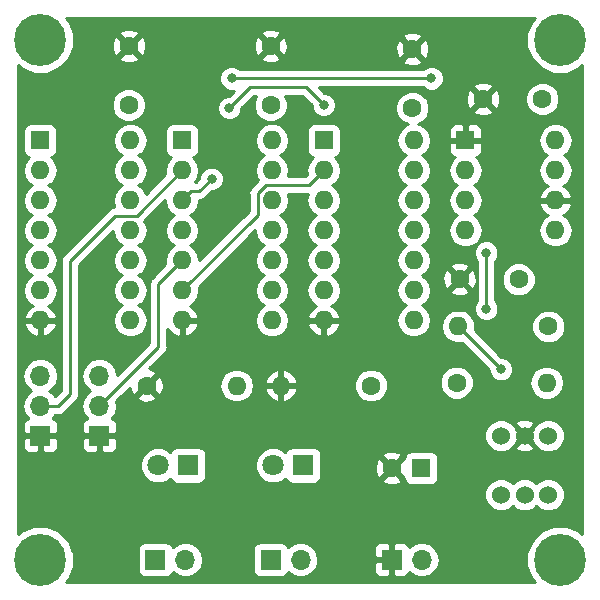
<source format=gbr>
G04 #@! TF.GenerationSoftware,KiCad,Pcbnew,(5.0.0-3-g5ebb6b6)*
G04 #@! TF.CreationDate,2018-08-15T23:13:33+01:00*
G04 #@! TF.ProjectId,clock,636C6F636B2E6B696361645F70636200,0.1*
G04 #@! TF.SameCoordinates,Original*
G04 #@! TF.FileFunction,Copper,L2,Bot,Signal*
G04 #@! TF.FilePolarity,Positive*
%FSLAX46Y46*%
G04 Gerber Fmt 4.6, Leading zero omitted, Abs format (unit mm)*
G04 Created by KiCad (PCBNEW (5.0.0-3-g5ebb6b6)) date Wednesday 15 August 2018 at 23:13:33*
%MOMM*%
%LPD*%
G01*
G04 APERTURE LIST*
G04 #@! TA.AperFunction,ComponentPad*
%ADD10C,4.400000*%
G04 #@! TD*
G04 #@! TA.AperFunction,ComponentPad*
%ADD11C,1.600000*%
G04 #@! TD*
G04 #@! TA.AperFunction,ComponentPad*
%ADD12R,1.600000X1.600000*%
G04 #@! TD*
G04 #@! TA.AperFunction,ComponentPad*
%ADD13R,1.800000X1.800000*%
G04 #@! TD*
G04 #@! TA.AperFunction,ComponentPad*
%ADD14C,1.800000*%
G04 #@! TD*
G04 #@! TA.AperFunction,ComponentPad*
%ADD15O,1.700000X1.700000*%
G04 #@! TD*
G04 #@! TA.AperFunction,ComponentPad*
%ADD16R,1.700000X1.700000*%
G04 #@! TD*
G04 #@! TA.AperFunction,ComponentPad*
%ADD17O,1.600000X1.600000*%
G04 #@! TD*
G04 #@! TA.AperFunction,ComponentPad*
%ADD18C,1.524000*%
G04 #@! TD*
G04 #@! TA.AperFunction,ViaPad*
%ADD19C,0.800000*%
G04 #@! TD*
G04 #@! TA.AperFunction,Conductor*
%ADD20C,0.254000*%
G04 #@! TD*
G04 APERTURE END LIST*
D10*
G04 #@! TO.P,REF\002A\002A,1*
G04 #@! TO.N,N/C*
X177000000Y-93000000D03*
G04 #@! TD*
G04 #@! TO.P,REF\002A\002A,1*
G04 #@! TO.N,N/C*
X133000000Y-93000000D03*
G04 #@! TD*
G04 #@! TO.P,REF\002A\002A,1*
G04 #@! TO.N,N/C*
X177000000Y-49000000D03*
G04 #@! TD*
D11*
G04 #@! TO.P,C1,2*
G04 #@! TO.N,VCC*
X140500000Y-54500000D03*
G04 #@! TO.P,C1,1*
G04 #@! TO.N,GND*
X140500000Y-49500000D03*
G04 #@! TD*
G04 #@! TO.P,C2,1*
G04 #@! TO.N,GND*
X152500000Y-49500000D03*
G04 #@! TO.P,C2,2*
G04 #@! TO.N,VCC*
X152500000Y-54500000D03*
G04 #@! TD*
G04 #@! TO.P,C3,2*
G04 #@! TO.N,VCC*
X175500000Y-54000000D03*
G04 #@! TO.P,C3,1*
G04 #@! TO.N,GND*
X170500000Y-54000000D03*
G04 #@! TD*
G04 #@! TO.P,C4,2*
G04 #@! TO.N,GND*
X168500000Y-69250000D03*
G04 #@! TO.P,C4,1*
G04 #@! TO.N,Net-(C4-Pad1)*
X173500000Y-69250000D03*
G04 #@! TD*
G04 #@! TO.P,C5,2*
G04 #@! TO.N,GND*
X162750000Y-85250000D03*
D12*
G04 #@! TO.P,C5,1*
G04 #@! TO.N,VCC*
X165250000Y-85250000D03*
G04 #@! TD*
D11*
G04 #@! TO.P,C6,1*
G04 #@! TO.N,VCC*
X164500000Y-54750000D03*
G04 #@! TO.P,C6,2*
G04 #@! TO.N,GND*
X164500000Y-49750000D03*
G04 #@! TD*
D13*
G04 #@! TO.P,D1,1*
G04 #@! TO.N,Net-(D1-Pad1)*
X145500000Y-85000000D03*
D14*
G04 #@! TO.P,D1,2*
G04 #@! TO.N,/HLT*
X142960000Y-85000000D03*
G04 #@! TD*
G04 #@! TO.P,D2,2*
G04 #@! TO.N,/OUT*
X152710000Y-85000000D03*
D13*
G04 #@! TO.P,D2,1*
G04 #@! TO.N,Net-(D2-Pad1)*
X155250000Y-85000000D03*
G04 #@! TD*
D15*
G04 #@! TO.P,J1,2*
G04 #@! TO.N,/HLT*
X145290000Y-93000000D03*
D16*
G04 #@! TO.P,J1,1*
X142750000Y-93000000D03*
G04 #@! TD*
G04 #@! TO.P,J2,1*
G04 #@! TO.N,/OUT*
X152500000Y-93000000D03*
D15*
G04 #@! TO.P,J2,2*
X155040000Y-93000000D03*
G04 #@! TD*
G04 #@! TO.P,J3,2*
G04 #@! TO.N,VCC*
X165290000Y-93000000D03*
D16*
G04 #@! TO.P,J3,1*
G04 #@! TO.N,GND*
X162750000Y-93000000D03*
G04 #@! TD*
G04 #@! TO.P,J4,1*
G04 #@! TO.N,GND*
X133000000Y-82500000D03*
D15*
G04 #@! TO.P,J4,2*
G04 #@! TO.N,/OSC_A*
X133000000Y-79960000D03*
G04 #@! TO.P,J4,3*
G04 #@! TO.N,VCC*
X133000000Y-77420000D03*
G04 #@! TD*
G04 #@! TO.P,J5,3*
G04 #@! TO.N,VCC*
X138000000Y-77420000D03*
G04 #@! TO.P,J5,2*
G04 #@! TO.N,/OSC_B*
X138000000Y-79960000D03*
D16*
G04 #@! TO.P,J5,1*
G04 #@! TO.N,GND*
X138000000Y-82500000D03*
G04 #@! TD*
D11*
G04 #@! TO.P,R1,1*
G04 #@! TO.N,GND*
X142000000Y-78250000D03*
D17*
G04 #@! TO.P,R1,2*
G04 #@! TO.N,Net-(D1-Pad1)*
X149620000Y-78250000D03*
G04 #@! TD*
G04 #@! TO.P,R2,2*
G04 #@! TO.N,GND*
X153380000Y-78250000D03*
D11*
G04 #@! TO.P,R2,1*
G04 #@! TO.N,Net-(D2-Pad1)*
X161000000Y-78250000D03*
G04 #@! TD*
D17*
G04 #@! TO.P,R3,2*
G04 #@! TO.N,Net-(R3-Pad2)*
X168380000Y-73250000D03*
D11*
G04 #@! TO.P,R3,1*
G04 #@! TO.N,VCC*
X176000000Y-73250000D03*
G04 #@! TD*
G04 #@! TO.P,R4,1*
G04 #@! TO.N,VCC*
X168250000Y-78000000D03*
D17*
G04 #@! TO.P,R4,2*
G04 #@! TO.N,Net-(R4-Pad2)*
X175870000Y-78000000D03*
G04 #@! TD*
D18*
G04 #@! TO.P,SW1,1*
G04 #@! TO.N,Net-(R4-Pad2)*
X176000000Y-82500000D03*
G04 #@! TO.P,SW1,2*
G04 #@! TO.N,GND*
X174000000Y-82500000D03*
G04 #@! TO.P,SW1,3*
G04 #@! TO.N,Net-(R3-Pad2)*
X172000000Y-82500000D03*
G04 #@! TO.P,SW1,4*
G04 #@! TO.N,N/C*
X176000000Y-87500000D03*
G04 #@! TO.P,SW1,5*
X174000000Y-87500000D03*
G04 #@! TO.P,SW1,6*
X172000000Y-87500000D03*
G04 #@! TD*
D12*
G04 #@! TO.P,U1,1*
G04 #@! TO.N,N/C*
X133000000Y-57500000D03*
D17*
G04 #@! TO.P,U1,8*
G04 #@! TO.N,Net-(U1-Pad8)*
X140620000Y-72740000D03*
G04 #@! TO.P,U1,2*
G04 #@! TO.N,N/C*
X133000000Y-60040000D03*
G04 #@! TO.P,U1,9*
G04 #@! TO.N,/HLT*
X140620000Y-70200000D03*
G04 #@! TO.P,U1,3*
G04 #@! TO.N,N/C*
X133000000Y-62580000D03*
G04 #@! TO.P,U1,10*
X140620000Y-67660000D03*
G04 #@! TO.P,U1,4*
X133000000Y-65120000D03*
G04 #@! TO.P,U1,11*
X140620000Y-65120000D03*
G04 #@! TO.P,U1,5*
X133000000Y-67660000D03*
G04 #@! TO.P,U1,12*
G04 #@! TO.N,Net-(U1-Pad12)*
X140620000Y-62580000D03*
G04 #@! TO.P,U1,6*
G04 #@! TO.N,N/C*
X133000000Y-70200000D03*
G04 #@! TO.P,U1,13*
G04 #@! TO.N,/SEL*
X140620000Y-60040000D03*
G04 #@! TO.P,U1,7*
G04 #@! TO.N,GND*
X133000000Y-72740000D03*
G04 #@! TO.P,U1,14*
G04 #@! TO.N,VCC*
X140620000Y-57500000D03*
G04 #@! TD*
G04 #@! TO.P,U2,14*
G04 #@! TO.N,VCC*
X152620000Y-57500000D03*
G04 #@! TO.P,U2,7*
G04 #@! TO.N,GND*
X145000000Y-72740000D03*
G04 #@! TO.P,U2,13*
G04 #@! TO.N,N/C*
X152620000Y-60040000D03*
G04 #@! TO.P,U2,6*
G04 #@! TO.N,Net-(U2-Pad6)*
X145000000Y-70200000D03*
G04 #@! TO.P,U2,12*
G04 #@! TO.N,N/C*
X152620000Y-62580000D03*
G04 #@! TO.P,U2,5*
G04 #@! TO.N,/OSC_B*
X145000000Y-67660000D03*
G04 #@! TO.P,U2,11*
G04 #@! TO.N,N/C*
X152620000Y-65120000D03*
G04 #@! TO.P,U2,4*
G04 #@! TO.N,Net-(U1-Pad12)*
X145000000Y-65120000D03*
G04 #@! TO.P,U2,10*
G04 #@! TO.N,Net-(U2-Pad10)*
X152620000Y-67660000D03*
G04 #@! TO.P,U2,3*
G04 #@! TO.N,Net-(U2-Pad3)*
X145000000Y-62580000D03*
G04 #@! TO.P,U2,9*
G04 #@! TO.N,Net-(U1-Pad8)*
X152620000Y-70200000D03*
G04 #@! TO.P,U2,2*
G04 #@! TO.N,/OSC_A*
X145000000Y-60040000D03*
G04 #@! TO.P,U2,8*
G04 #@! TO.N,/OUT*
X152620000Y-72740000D03*
D12*
G04 #@! TO.P,U2,1*
G04 #@! TO.N,/SEL*
X145000000Y-57500000D03*
G04 #@! TD*
D17*
G04 #@! TO.P,U3,14*
G04 #@! TO.N,VCC*
X164620000Y-57500000D03*
G04 #@! TO.P,U3,7*
G04 #@! TO.N,GND*
X157000000Y-72740000D03*
G04 #@! TO.P,U3,13*
G04 #@! TO.N,N/C*
X164620000Y-60040000D03*
G04 #@! TO.P,U3,6*
X157000000Y-70200000D03*
G04 #@! TO.P,U3,12*
X164620000Y-62580000D03*
G04 #@! TO.P,U3,5*
X157000000Y-67660000D03*
G04 #@! TO.P,U3,11*
X164620000Y-65120000D03*
G04 #@! TO.P,U3,4*
X157000000Y-65120000D03*
G04 #@! TO.P,U3,10*
X164620000Y-67660000D03*
G04 #@! TO.P,U3,3*
G04 #@! TO.N,Net-(U2-Pad10)*
X157000000Y-62580000D03*
G04 #@! TO.P,U3,9*
G04 #@! TO.N,N/C*
X164620000Y-70200000D03*
G04 #@! TO.P,U3,2*
G04 #@! TO.N,Net-(U2-Pad6)*
X157000000Y-60040000D03*
G04 #@! TO.P,U3,8*
G04 #@! TO.N,N/C*
X164620000Y-72740000D03*
D12*
G04 #@! TO.P,U3,1*
G04 #@! TO.N,Net-(U2-Pad3)*
X157000000Y-57500000D03*
G04 #@! TD*
D17*
G04 #@! TO.P,U4,8*
G04 #@! TO.N,VCC*
X176620000Y-57500000D03*
G04 #@! TO.P,U4,4*
G04 #@! TO.N,Net-(R4-Pad2)*
X169000000Y-65120000D03*
G04 #@! TO.P,U4,7*
G04 #@! TO.N,N/C*
X176620000Y-60040000D03*
G04 #@! TO.P,U4,3*
G04 #@! TO.N,/SEL*
X169000000Y-62580000D03*
G04 #@! TO.P,U4,6*
G04 #@! TO.N,GND*
X176620000Y-62580000D03*
G04 #@! TO.P,U4,2*
G04 #@! TO.N,Net-(R3-Pad2)*
X169000000Y-60040000D03*
G04 #@! TO.P,U4,5*
G04 #@! TO.N,Net-(C4-Pad1)*
X176620000Y-65120000D03*
D12*
G04 #@! TO.P,U4,1*
G04 #@! TO.N,GND*
X169000000Y-57500000D03*
G04 #@! TD*
D10*
G04 #@! TO.P,REF\002A\002A,1*
G04 #@! TO.N,N/C*
X133000000Y-49000000D03*
G04 #@! TD*
D19*
G04 #@! TO.N,Net-(R3-Pad2)*
X172000000Y-76870000D03*
G04 #@! TO.N,Net-(R4-Pad2)*
X170751370Y-71750000D03*
X170750000Y-67000000D03*
G04 #@! TO.N,/SEL*
X149196000Y-52250000D03*
X166118602Y-52250000D03*
G04 #@! TO.N,Net-(U2-Pad3)*
X157000000Y-54500000D03*
X149000000Y-54750000D03*
X147500000Y-60750000D03*
G04 #@! TD*
D20*
G04 #@! TO.N,/OSC_A*
X134500000Y-80000000D02*
X134460000Y-79960000D01*
X139357001Y-63892999D02*
X135500000Y-67750000D01*
X145000000Y-60040000D02*
X141147001Y-63892999D01*
X141147001Y-63892999D02*
X139357001Y-63892999D01*
X134460000Y-79960000D02*
X133000000Y-79960000D01*
X135500000Y-79000000D02*
X134500000Y-80000000D01*
X135500000Y-67750000D02*
X135500000Y-79000000D01*
G04 #@! TO.N,/OSC_B*
X138000000Y-79960000D02*
X143000000Y-74960000D01*
X143000000Y-69660000D02*
X145000000Y-67660000D01*
X143000000Y-74960000D02*
X143000000Y-69660000D01*
G04 #@! TO.N,Net-(R3-Pad2)*
X172000000Y-76870000D02*
X168380000Y-73250000D01*
G04 #@! TO.N,Net-(R4-Pad2)*
X170751370Y-67001370D02*
X170750000Y-67000000D01*
X170751370Y-71750000D02*
X170751370Y-67001370D01*
G04 #@! TO.N,/SEL*
X166118602Y-52250000D02*
X149196000Y-52250000D01*
G04 #@! TO.N,Net-(U2-Pad6)*
X156200001Y-60839999D02*
X157000000Y-60040000D01*
X155772999Y-61267001D02*
X156200001Y-60839999D01*
X151392999Y-61991039D02*
X152117037Y-61267001D01*
X151392999Y-63807001D02*
X151392999Y-61991039D01*
X152117037Y-61267001D02*
X155772999Y-61267001D01*
X145000000Y-70200000D02*
X151392999Y-63807001D01*
G04 #@! TO.N,Net-(U2-Pad3)*
X150750000Y-53000000D02*
X149000000Y-54750000D01*
X155500000Y-53000000D02*
X150750000Y-53000000D01*
X157000000Y-54500000D02*
X155500000Y-53000000D01*
X145799999Y-61780001D02*
X146469999Y-61780001D01*
X145000000Y-62580000D02*
X145799999Y-61780001D01*
X146469999Y-61780001D02*
X147500000Y-60750000D01*
G04 #@! TD*
G04 #@! TO.N,GND*
G36*
X174596603Y-47394101D02*
X174165000Y-48436083D01*
X174165000Y-49563917D01*
X174596603Y-50605899D01*
X175394101Y-51403397D01*
X176436083Y-51835000D01*
X177563917Y-51835000D01*
X178605899Y-51403397D01*
X178873000Y-51136296D01*
X178873000Y-90863704D01*
X178605899Y-90596603D01*
X177563917Y-90165000D01*
X176436083Y-90165000D01*
X175394101Y-90596603D01*
X174596603Y-91394101D01*
X174165000Y-92436083D01*
X174165000Y-93563917D01*
X174596603Y-94605899D01*
X174863704Y-94873000D01*
X135136296Y-94873000D01*
X135403397Y-94605899D01*
X135835000Y-93563917D01*
X135835000Y-92436083D01*
X135716501Y-92150000D01*
X141252560Y-92150000D01*
X141252560Y-93850000D01*
X141301843Y-94097765D01*
X141442191Y-94307809D01*
X141652235Y-94448157D01*
X141900000Y-94497440D01*
X143600000Y-94497440D01*
X143847765Y-94448157D01*
X144057809Y-94307809D01*
X144198157Y-94097765D01*
X144207184Y-94052381D01*
X144219375Y-94070625D01*
X144710582Y-94398839D01*
X145143744Y-94485000D01*
X145436256Y-94485000D01*
X145869418Y-94398839D01*
X146360625Y-94070625D01*
X146688839Y-93579418D01*
X146804092Y-93000000D01*
X146688839Y-92420582D01*
X146508042Y-92150000D01*
X151002560Y-92150000D01*
X151002560Y-93850000D01*
X151051843Y-94097765D01*
X151192191Y-94307809D01*
X151402235Y-94448157D01*
X151650000Y-94497440D01*
X153350000Y-94497440D01*
X153597765Y-94448157D01*
X153807809Y-94307809D01*
X153948157Y-94097765D01*
X153957184Y-94052381D01*
X153969375Y-94070625D01*
X154460582Y-94398839D01*
X154893744Y-94485000D01*
X155186256Y-94485000D01*
X155619418Y-94398839D01*
X156110625Y-94070625D01*
X156438839Y-93579418D01*
X156497252Y-93285750D01*
X161265000Y-93285750D01*
X161265000Y-93976309D01*
X161361673Y-94209698D01*
X161540301Y-94388327D01*
X161773690Y-94485000D01*
X162464250Y-94485000D01*
X162623000Y-94326250D01*
X162623000Y-93127000D01*
X161423750Y-93127000D01*
X161265000Y-93285750D01*
X156497252Y-93285750D01*
X156554092Y-93000000D01*
X156438839Y-92420582D01*
X156173645Y-92023691D01*
X161265000Y-92023691D01*
X161265000Y-92714250D01*
X161423750Y-92873000D01*
X162623000Y-92873000D01*
X162623000Y-91673750D01*
X162877000Y-91673750D01*
X162877000Y-92873000D01*
X162897000Y-92873000D01*
X162897000Y-93127000D01*
X162877000Y-93127000D01*
X162877000Y-94326250D01*
X163035750Y-94485000D01*
X163726310Y-94485000D01*
X163959699Y-94388327D01*
X164138327Y-94209698D01*
X164204904Y-94048967D01*
X164219375Y-94070625D01*
X164710582Y-94398839D01*
X165143744Y-94485000D01*
X165436256Y-94485000D01*
X165869418Y-94398839D01*
X166360625Y-94070625D01*
X166688839Y-93579418D01*
X166804092Y-93000000D01*
X166688839Y-92420582D01*
X166360625Y-91929375D01*
X165869418Y-91601161D01*
X165436256Y-91515000D01*
X165143744Y-91515000D01*
X164710582Y-91601161D01*
X164219375Y-91929375D01*
X164204904Y-91951033D01*
X164138327Y-91790302D01*
X163959699Y-91611673D01*
X163726310Y-91515000D01*
X163035750Y-91515000D01*
X162877000Y-91673750D01*
X162623000Y-91673750D01*
X162464250Y-91515000D01*
X161773690Y-91515000D01*
X161540301Y-91611673D01*
X161361673Y-91790302D01*
X161265000Y-92023691D01*
X156173645Y-92023691D01*
X156110625Y-91929375D01*
X155619418Y-91601161D01*
X155186256Y-91515000D01*
X154893744Y-91515000D01*
X154460582Y-91601161D01*
X153969375Y-91929375D01*
X153957184Y-91947619D01*
X153948157Y-91902235D01*
X153807809Y-91692191D01*
X153597765Y-91551843D01*
X153350000Y-91502560D01*
X151650000Y-91502560D01*
X151402235Y-91551843D01*
X151192191Y-91692191D01*
X151051843Y-91902235D01*
X151002560Y-92150000D01*
X146508042Y-92150000D01*
X146360625Y-91929375D01*
X145869418Y-91601161D01*
X145436256Y-91515000D01*
X145143744Y-91515000D01*
X144710582Y-91601161D01*
X144219375Y-91929375D01*
X144207184Y-91947619D01*
X144198157Y-91902235D01*
X144057809Y-91692191D01*
X143847765Y-91551843D01*
X143600000Y-91502560D01*
X141900000Y-91502560D01*
X141652235Y-91551843D01*
X141442191Y-91692191D01*
X141301843Y-91902235D01*
X141252560Y-92150000D01*
X135716501Y-92150000D01*
X135403397Y-91394101D01*
X134605899Y-90596603D01*
X133563917Y-90165000D01*
X132436083Y-90165000D01*
X131394101Y-90596603D01*
X131127000Y-90863704D01*
X131127000Y-87222119D01*
X170603000Y-87222119D01*
X170603000Y-87777881D01*
X170815680Y-88291337D01*
X171208663Y-88684320D01*
X171722119Y-88897000D01*
X172277881Y-88897000D01*
X172791337Y-88684320D01*
X173000000Y-88475657D01*
X173208663Y-88684320D01*
X173722119Y-88897000D01*
X174277881Y-88897000D01*
X174791337Y-88684320D01*
X175000000Y-88475657D01*
X175208663Y-88684320D01*
X175722119Y-88897000D01*
X176277881Y-88897000D01*
X176791337Y-88684320D01*
X177184320Y-88291337D01*
X177397000Y-87777881D01*
X177397000Y-87222119D01*
X177184320Y-86708663D01*
X176791337Y-86315680D01*
X176277881Y-86103000D01*
X175722119Y-86103000D01*
X175208663Y-86315680D01*
X175000000Y-86524343D01*
X174791337Y-86315680D01*
X174277881Y-86103000D01*
X173722119Y-86103000D01*
X173208663Y-86315680D01*
X173000000Y-86524343D01*
X172791337Y-86315680D01*
X172277881Y-86103000D01*
X171722119Y-86103000D01*
X171208663Y-86315680D01*
X170815680Y-86708663D01*
X170603000Y-87222119D01*
X131127000Y-87222119D01*
X131127000Y-84694670D01*
X141425000Y-84694670D01*
X141425000Y-85305330D01*
X141658690Y-85869507D01*
X142090493Y-86301310D01*
X142654670Y-86535000D01*
X143265330Y-86535000D01*
X143829507Y-86301310D01*
X143998725Y-86132092D01*
X144001843Y-86147765D01*
X144142191Y-86357809D01*
X144352235Y-86498157D01*
X144600000Y-86547440D01*
X146400000Y-86547440D01*
X146647765Y-86498157D01*
X146857809Y-86357809D01*
X146998157Y-86147765D01*
X147047440Y-85900000D01*
X147047440Y-84694670D01*
X151175000Y-84694670D01*
X151175000Y-85305330D01*
X151408690Y-85869507D01*
X151840493Y-86301310D01*
X152404670Y-86535000D01*
X153015330Y-86535000D01*
X153579507Y-86301310D01*
X153748725Y-86132092D01*
X153751843Y-86147765D01*
X153892191Y-86357809D01*
X154102235Y-86498157D01*
X154350000Y-86547440D01*
X156150000Y-86547440D01*
X156397765Y-86498157D01*
X156607809Y-86357809D01*
X156674670Y-86257745D01*
X161921861Y-86257745D01*
X161995995Y-86503864D01*
X162533223Y-86696965D01*
X163103454Y-86669778D01*
X163504005Y-86503864D01*
X163578139Y-86257745D01*
X162750000Y-85429605D01*
X161921861Y-86257745D01*
X156674670Y-86257745D01*
X156748157Y-86147765D01*
X156797440Y-85900000D01*
X156797440Y-85033223D01*
X161303035Y-85033223D01*
X161330222Y-85603454D01*
X161496136Y-86004005D01*
X161742255Y-86078139D01*
X162570395Y-85250000D01*
X162929605Y-85250000D01*
X163757745Y-86078139D01*
X163805307Y-86063813D01*
X163851843Y-86297765D01*
X163992191Y-86507809D01*
X164202235Y-86648157D01*
X164450000Y-86697440D01*
X166050000Y-86697440D01*
X166297765Y-86648157D01*
X166507809Y-86507809D01*
X166648157Y-86297765D01*
X166697440Y-86050000D01*
X166697440Y-84450000D01*
X166648157Y-84202235D01*
X166507809Y-83992191D01*
X166297765Y-83851843D01*
X166050000Y-83802560D01*
X164450000Y-83802560D01*
X164202235Y-83851843D01*
X163992191Y-83992191D01*
X163851843Y-84202235D01*
X163805307Y-84436187D01*
X163757745Y-84421861D01*
X162929605Y-85250000D01*
X162570395Y-85250000D01*
X161742255Y-84421861D01*
X161496136Y-84495995D01*
X161303035Y-85033223D01*
X156797440Y-85033223D01*
X156797440Y-84242255D01*
X161921861Y-84242255D01*
X162750000Y-85070395D01*
X163578139Y-84242255D01*
X163504005Y-83996136D01*
X162966777Y-83803035D01*
X162396546Y-83830222D01*
X161995995Y-83996136D01*
X161921861Y-84242255D01*
X156797440Y-84242255D01*
X156797440Y-84100000D01*
X156748157Y-83852235D01*
X156607809Y-83642191D01*
X156397765Y-83501843D01*
X156150000Y-83452560D01*
X154350000Y-83452560D01*
X154102235Y-83501843D01*
X153892191Y-83642191D01*
X153751843Y-83852235D01*
X153748725Y-83867908D01*
X153579507Y-83698690D01*
X153015330Y-83465000D01*
X152404670Y-83465000D01*
X151840493Y-83698690D01*
X151408690Y-84130493D01*
X151175000Y-84694670D01*
X147047440Y-84694670D01*
X147047440Y-84100000D01*
X146998157Y-83852235D01*
X146857809Y-83642191D01*
X146647765Y-83501843D01*
X146400000Y-83452560D01*
X144600000Y-83452560D01*
X144352235Y-83501843D01*
X144142191Y-83642191D01*
X144001843Y-83852235D01*
X143998725Y-83867908D01*
X143829507Y-83698690D01*
X143265330Y-83465000D01*
X142654670Y-83465000D01*
X142090493Y-83698690D01*
X141658690Y-84130493D01*
X141425000Y-84694670D01*
X131127000Y-84694670D01*
X131127000Y-82785750D01*
X131515000Y-82785750D01*
X131515000Y-83476310D01*
X131611673Y-83709699D01*
X131790302Y-83888327D01*
X132023691Y-83985000D01*
X132714250Y-83985000D01*
X132873000Y-83826250D01*
X132873000Y-82627000D01*
X133127000Y-82627000D01*
X133127000Y-83826250D01*
X133285750Y-83985000D01*
X133976309Y-83985000D01*
X134209698Y-83888327D01*
X134388327Y-83709699D01*
X134485000Y-83476310D01*
X134485000Y-82785750D01*
X136515000Y-82785750D01*
X136515000Y-83476310D01*
X136611673Y-83709699D01*
X136790302Y-83888327D01*
X137023691Y-83985000D01*
X137714250Y-83985000D01*
X137873000Y-83826250D01*
X137873000Y-82627000D01*
X138127000Y-82627000D01*
X138127000Y-83826250D01*
X138285750Y-83985000D01*
X138976309Y-83985000D01*
X139209698Y-83888327D01*
X139388327Y-83709699D01*
X139485000Y-83476310D01*
X139485000Y-82785750D01*
X139326250Y-82627000D01*
X138127000Y-82627000D01*
X137873000Y-82627000D01*
X136673750Y-82627000D01*
X136515000Y-82785750D01*
X134485000Y-82785750D01*
X134326250Y-82627000D01*
X133127000Y-82627000D01*
X132873000Y-82627000D01*
X131673750Y-82627000D01*
X131515000Y-82785750D01*
X131127000Y-82785750D01*
X131127000Y-77420000D01*
X131485908Y-77420000D01*
X131601161Y-77999418D01*
X131929375Y-78490625D01*
X132227761Y-78690000D01*
X131929375Y-78889375D01*
X131601161Y-79380582D01*
X131485908Y-79960000D01*
X131601161Y-80539418D01*
X131929375Y-81030625D01*
X131951033Y-81045096D01*
X131790302Y-81111673D01*
X131611673Y-81290301D01*
X131515000Y-81523690D01*
X131515000Y-82214250D01*
X131673750Y-82373000D01*
X132873000Y-82373000D01*
X132873000Y-82353000D01*
X133127000Y-82353000D01*
X133127000Y-82373000D01*
X134326250Y-82373000D01*
X134485000Y-82214250D01*
X134485000Y-81523690D01*
X134388327Y-81290301D01*
X134209698Y-81111673D01*
X134048967Y-81045096D01*
X134070625Y-81030625D01*
X134270626Y-80731302D01*
X134500000Y-80776928D01*
X134797318Y-80717787D01*
X135049371Y-80549371D01*
X135091883Y-80485747D01*
X135985749Y-79591882D01*
X136049371Y-79549371D01*
X136217788Y-79297317D01*
X136262000Y-79075048D01*
X136262000Y-79075047D01*
X136276928Y-79000000D01*
X136262000Y-78924953D01*
X136262000Y-68065630D01*
X139165306Y-65162325D01*
X139268260Y-65679909D01*
X139585423Y-66154577D01*
X139937758Y-66390000D01*
X139585423Y-66625423D01*
X139268260Y-67100091D01*
X139156887Y-67660000D01*
X139268260Y-68219909D01*
X139585423Y-68694577D01*
X139937758Y-68930000D01*
X139585423Y-69165423D01*
X139268260Y-69640091D01*
X139156887Y-70200000D01*
X139268260Y-70759909D01*
X139585423Y-71234577D01*
X139937758Y-71470000D01*
X139585423Y-71705423D01*
X139268260Y-72180091D01*
X139156887Y-72740000D01*
X139268260Y-73299909D01*
X139585423Y-73774577D01*
X140060091Y-74091740D01*
X140478667Y-74175000D01*
X140761333Y-74175000D01*
X141179909Y-74091740D01*
X141654577Y-73774577D01*
X141971740Y-73299909D01*
X142083113Y-72740000D01*
X141971740Y-72180091D01*
X141654577Y-71705423D01*
X141302242Y-71470000D01*
X141654577Y-71234577D01*
X141971740Y-70759909D01*
X142083113Y-70200000D01*
X141971740Y-69640091D01*
X141654577Y-69165423D01*
X141302242Y-68930000D01*
X141654577Y-68694577D01*
X141971740Y-68219909D01*
X142083113Y-67660000D01*
X141971740Y-67100091D01*
X141654577Y-66625423D01*
X141302242Y-66390000D01*
X141654577Y-66154577D01*
X141971740Y-65679909D01*
X142083113Y-65120000D01*
X141971740Y-64560091D01*
X141805834Y-64311796D01*
X143537010Y-62580620D01*
X143648260Y-63139909D01*
X143965423Y-63614577D01*
X144317758Y-63850000D01*
X143965423Y-64085423D01*
X143648260Y-64560091D01*
X143536887Y-65120000D01*
X143648260Y-65679909D01*
X143965423Y-66154577D01*
X144317758Y-66390000D01*
X143965423Y-66625423D01*
X143648260Y-67100091D01*
X143536887Y-67660000D01*
X143600843Y-67981527D01*
X142514251Y-69068119D01*
X142450630Y-69110629D01*
X142408119Y-69174251D01*
X142408118Y-69174252D01*
X142282213Y-69362683D01*
X142223073Y-69660000D01*
X142238001Y-69735048D01*
X142238000Y-74644369D01*
X139505511Y-77376859D01*
X139398839Y-76840582D01*
X139070625Y-76349375D01*
X138579418Y-76021161D01*
X138146256Y-75935000D01*
X137853744Y-75935000D01*
X137420582Y-76021161D01*
X136929375Y-76349375D01*
X136601161Y-76840582D01*
X136485908Y-77420000D01*
X136601161Y-77999418D01*
X136929375Y-78490625D01*
X137227761Y-78690000D01*
X136929375Y-78889375D01*
X136601161Y-79380582D01*
X136485908Y-79960000D01*
X136601161Y-80539418D01*
X136929375Y-81030625D01*
X136951033Y-81045096D01*
X136790302Y-81111673D01*
X136611673Y-81290301D01*
X136515000Y-81523690D01*
X136515000Y-82214250D01*
X136673750Y-82373000D01*
X137873000Y-82373000D01*
X137873000Y-82353000D01*
X138127000Y-82353000D01*
X138127000Y-82373000D01*
X139326250Y-82373000D01*
X139477131Y-82222119D01*
X170603000Y-82222119D01*
X170603000Y-82777881D01*
X170815680Y-83291337D01*
X171208663Y-83684320D01*
X171722119Y-83897000D01*
X172277881Y-83897000D01*
X172791337Y-83684320D01*
X172995444Y-83480213D01*
X173199392Y-83480213D01*
X173268857Y-83722397D01*
X173792302Y-83909144D01*
X174347368Y-83881362D01*
X174731143Y-83722397D01*
X174800608Y-83480213D01*
X174000000Y-82679605D01*
X173199392Y-83480213D01*
X172995444Y-83480213D01*
X173184320Y-83291337D01*
X173294106Y-83026289D01*
X173820395Y-82500000D01*
X174179605Y-82500000D01*
X174705894Y-83026289D01*
X174815680Y-83291337D01*
X175208663Y-83684320D01*
X175722119Y-83897000D01*
X176277881Y-83897000D01*
X176791337Y-83684320D01*
X177184320Y-83291337D01*
X177397000Y-82777881D01*
X177397000Y-82222119D01*
X177184320Y-81708663D01*
X176791337Y-81315680D01*
X176277881Y-81103000D01*
X175722119Y-81103000D01*
X175208663Y-81315680D01*
X174815680Y-81708663D01*
X174705894Y-81973711D01*
X174179605Y-82500000D01*
X173820395Y-82500000D01*
X173294106Y-81973711D01*
X173184320Y-81708663D01*
X172995444Y-81519787D01*
X173199392Y-81519787D01*
X174000000Y-82320395D01*
X174800608Y-81519787D01*
X174731143Y-81277603D01*
X174207698Y-81090856D01*
X173652632Y-81118638D01*
X173268857Y-81277603D01*
X173199392Y-81519787D01*
X172995444Y-81519787D01*
X172791337Y-81315680D01*
X172277881Y-81103000D01*
X171722119Y-81103000D01*
X171208663Y-81315680D01*
X170815680Y-81708663D01*
X170603000Y-82222119D01*
X139477131Y-82222119D01*
X139485000Y-82214250D01*
X139485000Y-81523690D01*
X139388327Y-81290301D01*
X139209698Y-81111673D01*
X139048967Y-81045096D01*
X139070625Y-81030625D01*
X139398839Y-80539418D01*
X139514092Y-79960000D01*
X139441679Y-79595952D01*
X139779886Y-79257745D01*
X141171861Y-79257745D01*
X141245995Y-79503864D01*
X141783223Y-79696965D01*
X142353454Y-79669778D01*
X142754005Y-79503864D01*
X142828139Y-79257745D01*
X142000000Y-78429605D01*
X141171861Y-79257745D01*
X139779886Y-79257745D01*
X140573576Y-78464055D01*
X140580222Y-78603454D01*
X140746136Y-79004005D01*
X140992255Y-79078139D01*
X141820395Y-78250000D01*
X142179605Y-78250000D01*
X143007745Y-79078139D01*
X143253864Y-79004005D01*
X143446965Y-78466777D01*
X143436630Y-78250000D01*
X148156887Y-78250000D01*
X148268260Y-78809909D01*
X148585423Y-79284577D01*
X149060091Y-79601740D01*
X149478667Y-79685000D01*
X149761333Y-79685000D01*
X150179909Y-79601740D01*
X150654577Y-79284577D01*
X150971740Y-78809909D01*
X151013684Y-78599039D01*
X151988096Y-78599039D01*
X152148959Y-78987423D01*
X152524866Y-79402389D01*
X153030959Y-79641914D01*
X153253000Y-79520629D01*
X153253000Y-78377000D01*
X153507000Y-78377000D01*
X153507000Y-79520629D01*
X153729041Y-79641914D01*
X154235134Y-79402389D01*
X154611041Y-78987423D01*
X154771904Y-78599039D01*
X154649915Y-78377000D01*
X153507000Y-78377000D01*
X153253000Y-78377000D01*
X152110085Y-78377000D01*
X151988096Y-78599039D01*
X151013684Y-78599039D01*
X151083113Y-78250000D01*
X151013685Y-77900961D01*
X151988096Y-77900961D01*
X152110085Y-78123000D01*
X153253000Y-78123000D01*
X153253000Y-76979371D01*
X153507000Y-76979371D01*
X153507000Y-78123000D01*
X154649915Y-78123000D01*
X154736961Y-77964561D01*
X159565000Y-77964561D01*
X159565000Y-78535439D01*
X159783466Y-79062862D01*
X160187138Y-79466534D01*
X160714561Y-79685000D01*
X161285439Y-79685000D01*
X161812862Y-79466534D01*
X162216534Y-79062862D01*
X162435000Y-78535439D01*
X162435000Y-77964561D01*
X162331447Y-77714561D01*
X166815000Y-77714561D01*
X166815000Y-78285439D01*
X167033466Y-78812862D01*
X167437138Y-79216534D01*
X167964561Y-79435000D01*
X168535439Y-79435000D01*
X169062862Y-79216534D01*
X169466534Y-78812862D01*
X169685000Y-78285439D01*
X169685000Y-78000000D01*
X174406887Y-78000000D01*
X174518260Y-78559909D01*
X174835423Y-79034577D01*
X175310091Y-79351740D01*
X175728667Y-79435000D01*
X176011333Y-79435000D01*
X176429909Y-79351740D01*
X176904577Y-79034577D01*
X177221740Y-78559909D01*
X177333113Y-78000000D01*
X177221740Y-77440091D01*
X176904577Y-76965423D01*
X176429909Y-76648260D01*
X176011333Y-76565000D01*
X175728667Y-76565000D01*
X175310091Y-76648260D01*
X174835423Y-76965423D01*
X174518260Y-77440091D01*
X174406887Y-78000000D01*
X169685000Y-78000000D01*
X169685000Y-77714561D01*
X169466534Y-77187138D01*
X169062862Y-76783466D01*
X168535439Y-76565000D01*
X167964561Y-76565000D01*
X167437138Y-76783466D01*
X167033466Y-77187138D01*
X166815000Y-77714561D01*
X162331447Y-77714561D01*
X162216534Y-77437138D01*
X161812862Y-77033466D01*
X161285439Y-76815000D01*
X160714561Y-76815000D01*
X160187138Y-77033466D01*
X159783466Y-77437138D01*
X159565000Y-77964561D01*
X154736961Y-77964561D01*
X154771904Y-77900961D01*
X154611041Y-77512577D01*
X154235134Y-77097611D01*
X153729041Y-76858086D01*
X153507000Y-76979371D01*
X153253000Y-76979371D01*
X153030959Y-76858086D01*
X152524866Y-77097611D01*
X152148959Y-77512577D01*
X151988096Y-77900961D01*
X151013685Y-77900961D01*
X150971740Y-77690091D01*
X150654577Y-77215423D01*
X150179909Y-76898260D01*
X149761333Y-76815000D01*
X149478667Y-76815000D01*
X149060091Y-76898260D01*
X148585423Y-77215423D01*
X148268260Y-77690091D01*
X148156887Y-78250000D01*
X143436630Y-78250000D01*
X143419778Y-77896546D01*
X143253864Y-77495995D01*
X143007745Y-77421861D01*
X142179605Y-78250000D01*
X141820395Y-78250000D01*
X141806252Y-78235858D01*
X141985858Y-78056252D01*
X142000000Y-78070395D01*
X142828139Y-77242255D01*
X142754005Y-76996136D01*
X142229884Y-76807746D01*
X143485750Y-75551881D01*
X143549371Y-75509371D01*
X143717788Y-75257317D01*
X143762000Y-75035048D01*
X143762000Y-75035047D01*
X143776928Y-74960000D01*
X143762000Y-74884953D01*
X143762000Y-73460621D01*
X143768959Y-73477423D01*
X144144866Y-73892389D01*
X144650959Y-74131914D01*
X144873000Y-74010629D01*
X144873000Y-72867000D01*
X145127000Y-72867000D01*
X145127000Y-74010629D01*
X145349041Y-74131914D01*
X145855134Y-73892389D01*
X146231041Y-73477423D01*
X146391904Y-73089039D01*
X146269915Y-72867000D01*
X145127000Y-72867000D01*
X144873000Y-72867000D01*
X144853000Y-72867000D01*
X144853000Y-72613000D01*
X144873000Y-72613000D01*
X144873000Y-72593000D01*
X145127000Y-72593000D01*
X145127000Y-72613000D01*
X146269915Y-72613000D01*
X146391904Y-72390961D01*
X146231041Y-72002577D01*
X145855134Y-71587611D01*
X145650892Y-71490947D01*
X146034577Y-71234577D01*
X146351740Y-70759909D01*
X146463113Y-70200000D01*
X146399157Y-69878473D01*
X151157010Y-65120620D01*
X151268260Y-65679909D01*
X151585423Y-66154577D01*
X151937758Y-66390000D01*
X151585423Y-66625423D01*
X151268260Y-67100091D01*
X151156887Y-67660000D01*
X151268260Y-68219909D01*
X151585423Y-68694577D01*
X151937758Y-68930000D01*
X151585423Y-69165423D01*
X151268260Y-69640091D01*
X151156887Y-70200000D01*
X151268260Y-70759909D01*
X151585423Y-71234577D01*
X151937758Y-71470000D01*
X151585423Y-71705423D01*
X151268260Y-72180091D01*
X151156887Y-72740000D01*
X151268260Y-73299909D01*
X151585423Y-73774577D01*
X152060091Y-74091740D01*
X152478667Y-74175000D01*
X152761333Y-74175000D01*
X153179909Y-74091740D01*
X153654577Y-73774577D01*
X153971740Y-73299909D01*
X154013684Y-73089039D01*
X155608096Y-73089039D01*
X155768959Y-73477423D01*
X156144866Y-73892389D01*
X156650959Y-74131914D01*
X156873000Y-74010629D01*
X156873000Y-72867000D01*
X157127000Y-72867000D01*
X157127000Y-74010629D01*
X157349041Y-74131914D01*
X157855134Y-73892389D01*
X158231041Y-73477423D01*
X158391904Y-73089039D01*
X158269915Y-72867000D01*
X157127000Y-72867000D01*
X156873000Y-72867000D01*
X155730085Y-72867000D01*
X155608096Y-73089039D01*
X154013684Y-73089039D01*
X154083113Y-72740000D01*
X153971740Y-72180091D01*
X153654577Y-71705423D01*
X153302242Y-71470000D01*
X153654577Y-71234577D01*
X153971740Y-70759909D01*
X154083113Y-70200000D01*
X153971740Y-69640091D01*
X153654577Y-69165423D01*
X153302242Y-68930000D01*
X153654577Y-68694577D01*
X153971740Y-68219909D01*
X154083113Y-67660000D01*
X153971740Y-67100091D01*
X153654577Y-66625423D01*
X153302242Y-66390000D01*
X153654577Y-66154577D01*
X153971740Y-65679909D01*
X154083113Y-65120000D01*
X153971740Y-64560091D01*
X153654577Y-64085423D01*
X153302242Y-63850000D01*
X153654577Y-63614577D01*
X153971740Y-63139909D01*
X154083113Y-62580000D01*
X153973512Y-62029001D01*
X155646488Y-62029001D01*
X155536887Y-62580000D01*
X155648260Y-63139909D01*
X155965423Y-63614577D01*
X156317758Y-63850000D01*
X155965423Y-64085423D01*
X155648260Y-64560091D01*
X155536887Y-65120000D01*
X155648260Y-65679909D01*
X155965423Y-66154577D01*
X156317758Y-66390000D01*
X155965423Y-66625423D01*
X155648260Y-67100091D01*
X155536887Y-67660000D01*
X155648260Y-68219909D01*
X155965423Y-68694577D01*
X156317758Y-68930000D01*
X155965423Y-69165423D01*
X155648260Y-69640091D01*
X155536887Y-70200000D01*
X155648260Y-70759909D01*
X155965423Y-71234577D01*
X156349108Y-71490947D01*
X156144866Y-71587611D01*
X155768959Y-72002577D01*
X155608096Y-72390961D01*
X155730085Y-72613000D01*
X156873000Y-72613000D01*
X156873000Y-72593000D01*
X157127000Y-72593000D01*
X157127000Y-72613000D01*
X158269915Y-72613000D01*
X158391904Y-72390961D01*
X158231041Y-72002577D01*
X157855134Y-71587611D01*
X157650892Y-71490947D01*
X158034577Y-71234577D01*
X158351740Y-70759909D01*
X158463113Y-70200000D01*
X158351740Y-69640091D01*
X158034577Y-69165423D01*
X157682242Y-68930000D01*
X158034577Y-68694577D01*
X158351740Y-68219909D01*
X158463113Y-67660000D01*
X158351740Y-67100091D01*
X158034577Y-66625423D01*
X157682242Y-66390000D01*
X158034577Y-66154577D01*
X158351740Y-65679909D01*
X158463113Y-65120000D01*
X158351740Y-64560091D01*
X158034577Y-64085423D01*
X157682242Y-63850000D01*
X158034577Y-63614577D01*
X158351740Y-63139909D01*
X158463113Y-62580000D01*
X158351740Y-62020091D01*
X158034577Y-61545423D01*
X157682242Y-61310000D01*
X158034577Y-61074577D01*
X158351740Y-60599909D01*
X158463113Y-60040000D01*
X158351740Y-59480091D01*
X158034577Y-59005423D01*
X157913894Y-58924785D01*
X158047765Y-58898157D01*
X158257809Y-58757809D01*
X158398157Y-58547765D01*
X158447440Y-58300000D01*
X158447440Y-56700000D01*
X158398157Y-56452235D01*
X158257809Y-56242191D01*
X158047765Y-56101843D01*
X157800000Y-56052560D01*
X156200000Y-56052560D01*
X155952235Y-56101843D01*
X155742191Y-56242191D01*
X155601843Y-56452235D01*
X155552560Y-56700000D01*
X155552560Y-58300000D01*
X155601843Y-58547765D01*
X155742191Y-58757809D01*
X155952235Y-58898157D01*
X156086106Y-58924785D01*
X155965423Y-59005423D01*
X155648260Y-59480091D01*
X155536887Y-60040000D01*
X155600843Y-60361527D01*
X155457369Y-60505001D01*
X153990618Y-60505001D01*
X154083113Y-60040000D01*
X153971740Y-59480091D01*
X153654577Y-59005423D01*
X153302242Y-58770000D01*
X153654577Y-58534577D01*
X153971740Y-58059909D01*
X154083113Y-57500000D01*
X153971740Y-56940091D01*
X153654577Y-56465423D01*
X153179909Y-56148260D01*
X152761333Y-56065000D01*
X152478667Y-56065000D01*
X152060091Y-56148260D01*
X151585423Y-56465423D01*
X151268260Y-56940091D01*
X151156887Y-57500000D01*
X151268260Y-58059909D01*
X151585423Y-58534577D01*
X151937758Y-58770000D01*
X151585423Y-59005423D01*
X151268260Y-59480091D01*
X151156887Y-60040000D01*
X151268260Y-60599909D01*
X151443794Y-60862614D01*
X150907250Y-61399158D01*
X150843629Y-61441668D01*
X150801118Y-61505290D01*
X150801117Y-61505291D01*
X150675212Y-61693722D01*
X150616072Y-61991039D01*
X150631000Y-62066087D01*
X150630999Y-63491370D01*
X146462990Y-67659380D01*
X146351740Y-67100091D01*
X146034577Y-66625423D01*
X145682242Y-66390000D01*
X146034577Y-66154577D01*
X146351740Y-65679909D01*
X146463113Y-65120000D01*
X146351740Y-64560091D01*
X146034577Y-64085423D01*
X145682242Y-63850000D01*
X146034577Y-63614577D01*
X146351740Y-63139909D01*
X146463113Y-62580000D01*
X146458051Y-62554551D01*
X146469999Y-62556928D01*
X146545042Y-62542001D01*
X146545047Y-62542001D01*
X146767316Y-62497789D01*
X147019370Y-62329372D01*
X147061882Y-62265748D01*
X147542631Y-61785000D01*
X147705874Y-61785000D01*
X148086280Y-61627431D01*
X148377431Y-61336280D01*
X148535000Y-60955874D01*
X148535000Y-60544126D01*
X148377431Y-60163720D01*
X148086280Y-59872569D01*
X147705874Y-59715000D01*
X147294126Y-59715000D01*
X146913720Y-59872569D01*
X146622569Y-60163720D01*
X146465000Y-60544126D01*
X146465000Y-60707369D01*
X146154369Y-61018001D01*
X146072380Y-61018001D01*
X146351740Y-60599909D01*
X146463113Y-60040000D01*
X146351740Y-59480091D01*
X146034577Y-59005423D01*
X145913894Y-58924785D01*
X146047765Y-58898157D01*
X146257809Y-58757809D01*
X146398157Y-58547765D01*
X146447440Y-58300000D01*
X146447440Y-56700000D01*
X146398157Y-56452235D01*
X146257809Y-56242191D01*
X146047765Y-56101843D01*
X145800000Y-56052560D01*
X144200000Y-56052560D01*
X143952235Y-56101843D01*
X143742191Y-56242191D01*
X143601843Y-56452235D01*
X143552560Y-56700000D01*
X143552560Y-58300000D01*
X143601843Y-58547765D01*
X143742191Y-58757809D01*
X143952235Y-58898157D01*
X144086106Y-58924785D01*
X143965423Y-59005423D01*
X143648260Y-59480091D01*
X143536887Y-60040000D01*
X143600843Y-60361527D01*
X141959939Y-62002430D01*
X141654577Y-61545423D01*
X141302242Y-61310000D01*
X141654577Y-61074577D01*
X141971740Y-60599909D01*
X142083113Y-60040000D01*
X141971740Y-59480091D01*
X141654577Y-59005423D01*
X141302242Y-58770000D01*
X141654577Y-58534577D01*
X141971740Y-58059909D01*
X142083113Y-57500000D01*
X141971740Y-56940091D01*
X141654577Y-56465423D01*
X141179909Y-56148260D01*
X140761333Y-56065000D01*
X140478667Y-56065000D01*
X140060091Y-56148260D01*
X139585423Y-56465423D01*
X139268260Y-56940091D01*
X139156887Y-57500000D01*
X139268260Y-58059909D01*
X139585423Y-58534577D01*
X139937758Y-58770000D01*
X139585423Y-59005423D01*
X139268260Y-59480091D01*
X139156887Y-60040000D01*
X139268260Y-60599909D01*
X139585423Y-61074577D01*
X139937758Y-61310000D01*
X139585423Y-61545423D01*
X139268260Y-62020091D01*
X139156887Y-62580000D01*
X139267076Y-63133958D01*
X139059684Y-63175211D01*
X138807630Y-63343628D01*
X138765119Y-63407250D01*
X135014253Y-67158117D01*
X134950629Y-67200629D01*
X134782212Y-67452684D01*
X134738000Y-67674953D01*
X134738000Y-67674957D01*
X134723073Y-67750000D01*
X134738000Y-67825043D01*
X134738001Y-78684368D01*
X134255824Y-79166545D01*
X134070625Y-78889375D01*
X133772239Y-78690000D01*
X134070625Y-78490625D01*
X134398839Y-77999418D01*
X134514092Y-77420000D01*
X134398839Y-76840582D01*
X134070625Y-76349375D01*
X133579418Y-76021161D01*
X133146256Y-75935000D01*
X132853744Y-75935000D01*
X132420582Y-76021161D01*
X131929375Y-76349375D01*
X131601161Y-76840582D01*
X131485908Y-77420000D01*
X131127000Y-77420000D01*
X131127000Y-73089039D01*
X131608096Y-73089039D01*
X131768959Y-73477423D01*
X132144866Y-73892389D01*
X132650959Y-74131914D01*
X132873000Y-74010629D01*
X132873000Y-72867000D01*
X133127000Y-72867000D01*
X133127000Y-74010629D01*
X133349041Y-74131914D01*
X133855134Y-73892389D01*
X134231041Y-73477423D01*
X134391904Y-73089039D01*
X134269915Y-72867000D01*
X133127000Y-72867000D01*
X132873000Y-72867000D01*
X131730085Y-72867000D01*
X131608096Y-73089039D01*
X131127000Y-73089039D01*
X131127000Y-60040000D01*
X131536887Y-60040000D01*
X131648260Y-60599909D01*
X131965423Y-61074577D01*
X132317758Y-61310000D01*
X131965423Y-61545423D01*
X131648260Y-62020091D01*
X131536887Y-62580000D01*
X131648260Y-63139909D01*
X131965423Y-63614577D01*
X132317758Y-63850000D01*
X131965423Y-64085423D01*
X131648260Y-64560091D01*
X131536887Y-65120000D01*
X131648260Y-65679909D01*
X131965423Y-66154577D01*
X132317758Y-66390000D01*
X131965423Y-66625423D01*
X131648260Y-67100091D01*
X131536887Y-67660000D01*
X131648260Y-68219909D01*
X131965423Y-68694577D01*
X132317758Y-68930000D01*
X131965423Y-69165423D01*
X131648260Y-69640091D01*
X131536887Y-70200000D01*
X131648260Y-70759909D01*
X131965423Y-71234577D01*
X132349108Y-71490947D01*
X132144866Y-71587611D01*
X131768959Y-72002577D01*
X131608096Y-72390961D01*
X131730085Y-72613000D01*
X132873000Y-72613000D01*
X132873000Y-72593000D01*
X133127000Y-72593000D01*
X133127000Y-72613000D01*
X134269915Y-72613000D01*
X134391904Y-72390961D01*
X134231041Y-72002577D01*
X133855134Y-71587611D01*
X133650892Y-71490947D01*
X134034577Y-71234577D01*
X134351740Y-70759909D01*
X134463113Y-70200000D01*
X134351740Y-69640091D01*
X134034577Y-69165423D01*
X133682242Y-68930000D01*
X134034577Y-68694577D01*
X134351740Y-68219909D01*
X134463113Y-67660000D01*
X134351740Y-67100091D01*
X134034577Y-66625423D01*
X133682242Y-66390000D01*
X134034577Y-66154577D01*
X134351740Y-65679909D01*
X134463113Y-65120000D01*
X134351740Y-64560091D01*
X134034577Y-64085423D01*
X133682242Y-63850000D01*
X134034577Y-63614577D01*
X134351740Y-63139909D01*
X134463113Y-62580000D01*
X134351740Y-62020091D01*
X134034577Y-61545423D01*
X133682242Y-61310000D01*
X134034577Y-61074577D01*
X134351740Y-60599909D01*
X134463113Y-60040000D01*
X134351740Y-59480091D01*
X134034577Y-59005423D01*
X133913894Y-58924785D01*
X134047765Y-58898157D01*
X134257809Y-58757809D01*
X134398157Y-58547765D01*
X134447440Y-58300000D01*
X134447440Y-56700000D01*
X134398157Y-56452235D01*
X134257809Y-56242191D01*
X134047765Y-56101843D01*
X133800000Y-56052560D01*
X132200000Y-56052560D01*
X131952235Y-56101843D01*
X131742191Y-56242191D01*
X131601843Y-56452235D01*
X131552560Y-56700000D01*
X131552560Y-58300000D01*
X131601843Y-58547765D01*
X131742191Y-58757809D01*
X131952235Y-58898157D01*
X132086106Y-58924785D01*
X131965423Y-59005423D01*
X131648260Y-59480091D01*
X131536887Y-60040000D01*
X131127000Y-60040000D01*
X131127000Y-54214561D01*
X139065000Y-54214561D01*
X139065000Y-54785439D01*
X139283466Y-55312862D01*
X139687138Y-55716534D01*
X140214561Y-55935000D01*
X140785439Y-55935000D01*
X141312862Y-55716534D01*
X141716534Y-55312862D01*
X141935000Y-54785439D01*
X141935000Y-54544126D01*
X147965000Y-54544126D01*
X147965000Y-54955874D01*
X148122569Y-55336280D01*
X148413720Y-55627431D01*
X148794126Y-55785000D01*
X149205874Y-55785000D01*
X149586280Y-55627431D01*
X149877431Y-55336280D01*
X150035000Y-54955874D01*
X150035000Y-54792630D01*
X151065631Y-53762000D01*
X151252457Y-53762000D01*
X151065000Y-54214561D01*
X151065000Y-54785439D01*
X151283466Y-55312862D01*
X151687138Y-55716534D01*
X152214561Y-55935000D01*
X152785439Y-55935000D01*
X153312862Y-55716534D01*
X153716534Y-55312862D01*
X153935000Y-54785439D01*
X153935000Y-54214561D01*
X153747543Y-53762000D01*
X155184370Y-53762000D01*
X155965000Y-54542631D01*
X155965000Y-54705874D01*
X156122569Y-55086280D01*
X156413720Y-55377431D01*
X156794126Y-55535000D01*
X157205874Y-55535000D01*
X157586280Y-55377431D01*
X157877431Y-55086280D01*
X158035000Y-54705874D01*
X158035000Y-54464561D01*
X163065000Y-54464561D01*
X163065000Y-55035439D01*
X163283466Y-55562862D01*
X163687138Y-55966534D01*
X164104525Y-56139422D01*
X164060091Y-56148260D01*
X163585423Y-56465423D01*
X163268260Y-56940091D01*
X163156887Y-57500000D01*
X163268260Y-58059909D01*
X163585423Y-58534577D01*
X163937758Y-58770000D01*
X163585423Y-59005423D01*
X163268260Y-59480091D01*
X163156887Y-60040000D01*
X163268260Y-60599909D01*
X163585423Y-61074577D01*
X163937758Y-61310000D01*
X163585423Y-61545423D01*
X163268260Y-62020091D01*
X163156887Y-62580000D01*
X163268260Y-63139909D01*
X163585423Y-63614577D01*
X163937758Y-63850000D01*
X163585423Y-64085423D01*
X163268260Y-64560091D01*
X163156887Y-65120000D01*
X163268260Y-65679909D01*
X163585423Y-66154577D01*
X163937758Y-66390000D01*
X163585423Y-66625423D01*
X163268260Y-67100091D01*
X163156887Y-67660000D01*
X163268260Y-68219909D01*
X163585423Y-68694577D01*
X163937758Y-68930000D01*
X163585423Y-69165423D01*
X163268260Y-69640091D01*
X163156887Y-70200000D01*
X163268260Y-70759909D01*
X163585423Y-71234577D01*
X163937758Y-71470000D01*
X163585423Y-71705423D01*
X163268260Y-72180091D01*
X163156887Y-72740000D01*
X163268260Y-73299909D01*
X163585423Y-73774577D01*
X164060091Y-74091740D01*
X164478667Y-74175000D01*
X164761333Y-74175000D01*
X165179909Y-74091740D01*
X165654577Y-73774577D01*
X165971740Y-73299909D01*
X165981667Y-73250000D01*
X166916887Y-73250000D01*
X167028260Y-73809909D01*
X167345423Y-74284577D01*
X167820091Y-74601740D01*
X168238667Y-74685000D01*
X168521333Y-74685000D01*
X168701527Y-74649157D01*
X170965000Y-76912631D01*
X170965000Y-77075874D01*
X171122569Y-77456280D01*
X171413720Y-77747431D01*
X171794126Y-77905000D01*
X172205874Y-77905000D01*
X172586280Y-77747431D01*
X172877431Y-77456280D01*
X173035000Y-77075874D01*
X173035000Y-76664126D01*
X172877431Y-76283720D01*
X172586280Y-75992569D01*
X172205874Y-75835000D01*
X172042631Y-75835000D01*
X169779157Y-73571527D01*
X169843113Y-73250000D01*
X169786336Y-72964561D01*
X174565000Y-72964561D01*
X174565000Y-73535439D01*
X174783466Y-74062862D01*
X175187138Y-74466534D01*
X175714561Y-74685000D01*
X176285439Y-74685000D01*
X176812862Y-74466534D01*
X177216534Y-74062862D01*
X177435000Y-73535439D01*
X177435000Y-72964561D01*
X177216534Y-72437138D01*
X176812862Y-72033466D01*
X176285439Y-71815000D01*
X175714561Y-71815000D01*
X175187138Y-72033466D01*
X174783466Y-72437138D01*
X174565000Y-72964561D01*
X169786336Y-72964561D01*
X169731740Y-72690091D01*
X169414577Y-72215423D01*
X168939909Y-71898260D01*
X168521333Y-71815000D01*
X168238667Y-71815000D01*
X167820091Y-71898260D01*
X167345423Y-72215423D01*
X167028260Y-72690091D01*
X166916887Y-73250000D01*
X165981667Y-73250000D01*
X166083113Y-72740000D01*
X165971740Y-72180091D01*
X165654577Y-71705423D01*
X165302242Y-71470000D01*
X165654577Y-71234577D01*
X165971740Y-70759909D01*
X166071626Y-70257745D01*
X167671861Y-70257745D01*
X167745995Y-70503864D01*
X168283223Y-70696965D01*
X168853454Y-70669778D01*
X169254005Y-70503864D01*
X169328139Y-70257745D01*
X168500000Y-69429605D01*
X167671861Y-70257745D01*
X166071626Y-70257745D01*
X166083113Y-70200000D01*
X165971740Y-69640091D01*
X165654577Y-69165423D01*
X165456726Y-69033223D01*
X167053035Y-69033223D01*
X167080222Y-69603454D01*
X167246136Y-70004005D01*
X167492255Y-70078139D01*
X168320395Y-69250000D01*
X168679605Y-69250000D01*
X169507745Y-70078139D01*
X169753864Y-70004005D01*
X169946965Y-69466777D01*
X169919778Y-68896546D01*
X169753864Y-68495995D01*
X169507745Y-68421861D01*
X168679605Y-69250000D01*
X168320395Y-69250000D01*
X167492255Y-68421861D01*
X167246136Y-68495995D01*
X167053035Y-69033223D01*
X165456726Y-69033223D01*
X165302242Y-68930000D01*
X165654577Y-68694577D01*
X165956808Y-68242255D01*
X167671861Y-68242255D01*
X168500000Y-69070395D01*
X169328139Y-68242255D01*
X169254005Y-67996136D01*
X168716777Y-67803035D01*
X168146546Y-67830222D01*
X167745995Y-67996136D01*
X167671861Y-68242255D01*
X165956808Y-68242255D01*
X165971740Y-68219909D01*
X166083113Y-67660000D01*
X165971740Y-67100091D01*
X165767301Y-66794126D01*
X169715000Y-66794126D01*
X169715000Y-67205874D01*
X169872569Y-67586280D01*
X169989371Y-67703082D01*
X169989370Y-71048289D01*
X169873939Y-71163720D01*
X169716370Y-71544126D01*
X169716370Y-71955874D01*
X169873939Y-72336280D01*
X170165090Y-72627431D01*
X170545496Y-72785000D01*
X170957244Y-72785000D01*
X171337650Y-72627431D01*
X171628801Y-72336280D01*
X171786370Y-71955874D01*
X171786370Y-71544126D01*
X171628801Y-71163720D01*
X171513370Y-71048289D01*
X171513370Y-68964561D01*
X172065000Y-68964561D01*
X172065000Y-69535439D01*
X172283466Y-70062862D01*
X172687138Y-70466534D01*
X173214561Y-70685000D01*
X173785439Y-70685000D01*
X174312862Y-70466534D01*
X174716534Y-70062862D01*
X174935000Y-69535439D01*
X174935000Y-68964561D01*
X174716534Y-68437138D01*
X174312862Y-68033466D01*
X173785439Y-67815000D01*
X173214561Y-67815000D01*
X172687138Y-68033466D01*
X172283466Y-68437138D01*
X172065000Y-68964561D01*
X171513370Y-68964561D01*
X171513370Y-67700341D01*
X171627431Y-67586280D01*
X171785000Y-67205874D01*
X171785000Y-66794126D01*
X171627431Y-66413720D01*
X171336280Y-66122569D01*
X170955874Y-65965000D01*
X170544126Y-65965000D01*
X170163720Y-66122569D01*
X169872569Y-66413720D01*
X169715000Y-66794126D01*
X165767301Y-66794126D01*
X165654577Y-66625423D01*
X165302242Y-66390000D01*
X165654577Y-66154577D01*
X165971740Y-65679909D01*
X166083113Y-65120000D01*
X165971740Y-64560091D01*
X165654577Y-64085423D01*
X165302242Y-63850000D01*
X165654577Y-63614577D01*
X165971740Y-63139909D01*
X166083113Y-62580000D01*
X165971740Y-62020091D01*
X165654577Y-61545423D01*
X165302242Y-61310000D01*
X165654577Y-61074577D01*
X165971740Y-60599909D01*
X166083113Y-60040000D01*
X167536887Y-60040000D01*
X167648260Y-60599909D01*
X167965423Y-61074577D01*
X168317758Y-61310000D01*
X167965423Y-61545423D01*
X167648260Y-62020091D01*
X167536887Y-62580000D01*
X167648260Y-63139909D01*
X167965423Y-63614577D01*
X168317758Y-63850000D01*
X167965423Y-64085423D01*
X167648260Y-64560091D01*
X167536887Y-65120000D01*
X167648260Y-65679909D01*
X167965423Y-66154577D01*
X168440091Y-66471740D01*
X168858667Y-66555000D01*
X169141333Y-66555000D01*
X169559909Y-66471740D01*
X170034577Y-66154577D01*
X170351740Y-65679909D01*
X170463113Y-65120000D01*
X175156887Y-65120000D01*
X175268260Y-65679909D01*
X175585423Y-66154577D01*
X176060091Y-66471740D01*
X176478667Y-66555000D01*
X176761333Y-66555000D01*
X177179909Y-66471740D01*
X177654577Y-66154577D01*
X177971740Y-65679909D01*
X178083113Y-65120000D01*
X177971740Y-64560091D01*
X177654577Y-64085423D01*
X177270892Y-63829053D01*
X177475134Y-63732389D01*
X177851041Y-63317423D01*
X178011904Y-62929039D01*
X177889915Y-62707000D01*
X176747000Y-62707000D01*
X176747000Y-62727000D01*
X176493000Y-62727000D01*
X176493000Y-62707000D01*
X175350085Y-62707000D01*
X175228096Y-62929039D01*
X175388959Y-63317423D01*
X175764866Y-63732389D01*
X175969108Y-63829053D01*
X175585423Y-64085423D01*
X175268260Y-64560091D01*
X175156887Y-65120000D01*
X170463113Y-65120000D01*
X170351740Y-64560091D01*
X170034577Y-64085423D01*
X169682242Y-63850000D01*
X170034577Y-63614577D01*
X170351740Y-63139909D01*
X170463113Y-62580000D01*
X170351740Y-62020091D01*
X170034577Y-61545423D01*
X169682242Y-61310000D01*
X170034577Y-61074577D01*
X170351740Y-60599909D01*
X170463113Y-60040000D01*
X170351740Y-59480091D01*
X170034577Y-59005423D01*
X169928082Y-58934265D01*
X170159698Y-58838327D01*
X170338327Y-58659699D01*
X170435000Y-58426310D01*
X170435000Y-57785750D01*
X170276250Y-57627000D01*
X169127000Y-57627000D01*
X169127000Y-57647000D01*
X168873000Y-57647000D01*
X168873000Y-57627000D01*
X167723750Y-57627000D01*
X167565000Y-57785750D01*
X167565000Y-58426310D01*
X167661673Y-58659699D01*
X167840302Y-58838327D01*
X168071918Y-58934265D01*
X167965423Y-59005423D01*
X167648260Y-59480091D01*
X167536887Y-60040000D01*
X166083113Y-60040000D01*
X165971740Y-59480091D01*
X165654577Y-59005423D01*
X165302242Y-58770000D01*
X165654577Y-58534577D01*
X165971740Y-58059909D01*
X166083113Y-57500000D01*
X175156887Y-57500000D01*
X175268260Y-58059909D01*
X175585423Y-58534577D01*
X175937758Y-58770000D01*
X175585423Y-59005423D01*
X175268260Y-59480091D01*
X175156887Y-60040000D01*
X175268260Y-60599909D01*
X175585423Y-61074577D01*
X175969108Y-61330947D01*
X175764866Y-61427611D01*
X175388959Y-61842577D01*
X175228096Y-62230961D01*
X175350085Y-62453000D01*
X176493000Y-62453000D01*
X176493000Y-62433000D01*
X176747000Y-62433000D01*
X176747000Y-62453000D01*
X177889915Y-62453000D01*
X178011904Y-62230961D01*
X177851041Y-61842577D01*
X177475134Y-61427611D01*
X177270892Y-61330947D01*
X177654577Y-61074577D01*
X177971740Y-60599909D01*
X178083113Y-60040000D01*
X177971740Y-59480091D01*
X177654577Y-59005423D01*
X177302242Y-58770000D01*
X177654577Y-58534577D01*
X177971740Y-58059909D01*
X178083113Y-57500000D01*
X177971740Y-56940091D01*
X177654577Y-56465423D01*
X177179909Y-56148260D01*
X176761333Y-56065000D01*
X176478667Y-56065000D01*
X176060091Y-56148260D01*
X175585423Y-56465423D01*
X175268260Y-56940091D01*
X175156887Y-57500000D01*
X166083113Y-57500000D01*
X165971740Y-56940091D01*
X165726919Y-56573690D01*
X167565000Y-56573690D01*
X167565000Y-57214250D01*
X167723750Y-57373000D01*
X168873000Y-57373000D01*
X168873000Y-56223750D01*
X169127000Y-56223750D01*
X169127000Y-57373000D01*
X170276250Y-57373000D01*
X170435000Y-57214250D01*
X170435000Y-56573690D01*
X170338327Y-56340301D01*
X170159698Y-56161673D01*
X169926309Y-56065000D01*
X169285750Y-56065000D01*
X169127000Y-56223750D01*
X168873000Y-56223750D01*
X168714250Y-56065000D01*
X168073691Y-56065000D01*
X167840302Y-56161673D01*
X167661673Y-56340301D01*
X167565000Y-56573690D01*
X165726919Y-56573690D01*
X165654577Y-56465423D01*
X165179909Y-56148260D01*
X164973337Y-56107170D01*
X165312862Y-55966534D01*
X165716534Y-55562862D01*
X165935000Y-55035439D01*
X165935000Y-55007745D01*
X169671861Y-55007745D01*
X169745995Y-55253864D01*
X170283223Y-55446965D01*
X170853454Y-55419778D01*
X171254005Y-55253864D01*
X171328139Y-55007745D01*
X170500000Y-54179605D01*
X169671861Y-55007745D01*
X165935000Y-55007745D01*
X165935000Y-54464561D01*
X165716534Y-53937138D01*
X165562619Y-53783223D01*
X169053035Y-53783223D01*
X169080222Y-54353454D01*
X169246136Y-54754005D01*
X169492255Y-54828139D01*
X170320395Y-54000000D01*
X170679605Y-54000000D01*
X171507745Y-54828139D01*
X171753864Y-54754005D01*
X171946965Y-54216777D01*
X171923021Y-53714561D01*
X174065000Y-53714561D01*
X174065000Y-54285439D01*
X174283466Y-54812862D01*
X174687138Y-55216534D01*
X175214561Y-55435000D01*
X175785439Y-55435000D01*
X176312862Y-55216534D01*
X176716534Y-54812862D01*
X176935000Y-54285439D01*
X176935000Y-53714561D01*
X176716534Y-53187138D01*
X176312862Y-52783466D01*
X175785439Y-52565000D01*
X175214561Y-52565000D01*
X174687138Y-52783466D01*
X174283466Y-53187138D01*
X174065000Y-53714561D01*
X171923021Y-53714561D01*
X171919778Y-53646546D01*
X171753864Y-53245995D01*
X171507745Y-53171861D01*
X170679605Y-54000000D01*
X170320395Y-54000000D01*
X169492255Y-53171861D01*
X169246136Y-53245995D01*
X169053035Y-53783223D01*
X165562619Y-53783223D01*
X165312862Y-53533466D01*
X164785439Y-53315000D01*
X164214561Y-53315000D01*
X163687138Y-53533466D01*
X163283466Y-53937138D01*
X163065000Y-54464561D01*
X158035000Y-54464561D01*
X158035000Y-54294126D01*
X157877431Y-53913720D01*
X157586280Y-53622569D01*
X157205874Y-53465000D01*
X157042631Y-53465000D01*
X156589630Y-53012000D01*
X165416891Y-53012000D01*
X165532322Y-53127431D01*
X165912728Y-53285000D01*
X166324476Y-53285000D01*
X166704882Y-53127431D01*
X166840058Y-52992255D01*
X169671861Y-52992255D01*
X170500000Y-53820395D01*
X171328139Y-52992255D01*
X171254005Y-52746136D01*
X170716777Y-52553035D01*
X170146546Y-52580222D01*
X169745995Y-52746136D01*
X169671861Y-52992255D01*
X166840058Y-52992255D01*
X166996033Y-52836280D01*
X167153602Y-52455874D01*
X167153602Y-52044126D01*
X166996033Y-51663720D01*
X166704882Y-51372569D01*
X166324476Y-51215000D01*
X165912728Y-51215000D01*
X165532322Y-51372569D01*
X165416891Y-51488000D01*
X149897711Y-51488000D01*
X149782280Y-51372569D01*
X149401874Y-51215000D01*
X148990126Y-51215000D01*
X148609720Y-51372569D01*
X148318569Y-51663720D01*
X148161000Y-52044126D01*
X148161000Y-52455874D01*
X148318569Y-52836280D01*
X148609720Y-53127431D01*
X148990126Y-53285000D01*
X149387369Y-53285000D01*
X148957370Y-53715000D01*
X148794126Y-53715000D01*
X148413720Y-53872569D01*
X148122569Y-54163720D01*
X147965000Y-54544126D01*
X141935000Y-54544126D01*
X141935000Y-54214561D01*
X141716534Y-53687138D01*
X141312862Y-53283466D01*
X140785439Y-53065000D01*
X140214561Y-53065000D01*
X139687138Y-53283466D01*
X139283466Y-53687138D01*
X139065000Y-54214561D01*
X131127000Y-54214561D01*
X131127000Y-51136296D01*
X131394101Y-51403397D01*
X132436083Y-51835000D01*
X133563917Y-51835000D01*
X134605899Y-51403397D01*
X135403397Y-50605899D01*
X135444053Y-50507745D01*
X139671861Y-50507745D01*
X139745995Y-50753864D01*
X140283223Y-50946965D01*
X140853454Y-50919778D01*
X141254005Y-50753864D01*
X141328139Y-50507745D01*
X151671861Y-50507745D01*
X151745995Y-50753864D01*
X152283223Y-50946965D01*
X152853454Y-50919778D01*
X153244635Y-50757745D01*
X163671861Y-50757745D01*
X163745995Y-51003864D01*
X164283223Y-51196965D01*
X164853454Y-51169778D01*
X165254005Y-51003864D01*
X165328139Y-50757745D01*
X164500000Y-49929605D01*
X163671861Y-50757745D01*
X153244635Y-50757745D01*
X153254005Y-50753864D01*
X153328139Y-50507745D01*
X152500000Y-49679605D01*
X151671861Y-50507745D01*
X141328139Y-50507745D01*
X140500000Y-49679605D01*
X139671861Y-50507745D01*
X135444053Y-50507745D01*
X135835000Y-49563917D01*
X135835000Y-49283223D01*
X139053035Y-49283223D01*
X139080222Y-49853454D01*
X139246136Y-50254005D01*
X139492255Y-50328139D01*
X140320395Y-49500000D01*
X140679605Y-49500000D01*
X141507745Y-50328139D01*
X141753864Y-50254005D01*
X141946965Y-49716777D01*
X141926295Y-49283223D01*
X151053035Y-49283223D01*
X151080222Y-49853454D01*
X151246136Y-50254005D01*
X151492255Y-50328139D01*
X152320395Y-49500000D01*
X152679605Y-49500000D01*
X153507745Y-50328139D01*
X153753864Y-50254005D01*
X153946965Y-49716777D01*
X153938214Y-49533223D01*
X163053035Y-49533223D01*
X163080222Y-50103454D01*
X163246136Y-50504005D01*
X163492255Y-50578139D01*
X164320395Y-49750000D01*
X164679605Y-49750000D01*
X165507745Y-50578139D01*
X165753864Y-50504005D01*
X165946965Y-49966777D01*
X165919778Y-49396546D01*
X165753864Y-48995995D01*
X165507745Y-48921861D01*
X164679605Y-49750000D01*
X164320395Y-49750000D01*
X163492255Y-48921861D01*
X163246136Y-48995995D01*
X163053035Y-49533223D01*
X153938214Y-49533223D01*
X153919778Y-49146546D01*
X153753864Y-48745995D01*
X153741448Y-48742255D01*
X163671861Y-48742255D01*
X164500000Y-49570395D01*
X165328139Y-48742255D01*
X165254005Y-48496136D01*
X164716777Y-48303035D01*
X164146546Y-48330222D01*
X163745995Y-48496136D01*
X163671861Y-48742255D01*
X153741448Y-48742255D01*
X153507745Y-48671861D01*
X152679605Y-49500000D01*
X152320395Y-49500000D01*
X151492255Y-48671861D01*
X151246136Y-48745995D01*
X151053035Y-49283223D01*
X141926295Y-49283223D01*
X141919778Y-49146546D01*
X141753864Y-48745995D01*
X141507745Y-48671861D01*
X140679605Y-49500000D01*
X140320395Y-49500000D01*
X139492255Y-48671861D01*
X139246136Y-48745995D01*
X139053035Y-49283223D01*
X135835000Y-49283223D01*
X135835000Y-48492255D01*
X139671861Y-48492255D01*
X140500000Y-49320395D01*
X141328139Y-48492255D01*
X151671861Y-48492255D01*
X152500000Y-49320395D01*
X153328139Y-48492255D01*
X153254005Y-48246136D01*
X152716777Y-48053035D01*
X152146546Y-48080222D01*
X151745995Y-48246136D01*
X151671861Y-48492255D01*
X141328139Y-48492255D01*
X141254005Y-48246136D01*
X140716777Y-48053035D01*
X140146546Y-48080222D01*
X139745995Y-48246136D01*
X139671861Y-48492255D01*
X135835000Y-48492255D01*
X135835000Y-48436083D01*
X135403397Y-47394101D01*
X135136296Y-47127000D01*
X174863704Y-47127000D01*
X174596603Y-47394101D01*
X174596603Y-47394101D01*
G37*
X174596603Y-47394101D02*
X174165000Y-48436083D01*
X174165000Y-49563917D01*
X174596603Y-50605899D01*
X175394101Y-51403397D01*
X176436083Y-51835000D01*
X177563917Y-51835000D01*
X178605899Y-51403397D01*
X178873000Y-51136296D01*
X178873000Y-90863704D01*
X178605899Y-90596603D01*
X177563917Y-90165000D01*
X176436083Y-90165000D01*
X175394101Y-90596603D01*
X174596603Y-91394101D01*
X174165000Y-92436083D01*
X174165000Y-93563917D01*
X174596603Y-94605899D01*
X174863704Y-94873000D01*
X135136296Y-94873000D01*
X135403397Y-94605899D01*
X135835000Y-93563917D01*
X135835000Y-92436083D01*
X135716501Y-92150000D01*
X141252560Y-92150000D01*
X141252560Y-93850000D01*
X141301843Y-94097765D01*
X141442191Y-94307809D01*
X141652235Y-94448157D01*
X141900000Y-94497440D01*
X143600000Y-94497440D01*
X143847765Y-94448157D01*
X144057809Y-94307809D01*
X144198157Y-94097765D01*
X144207184Y-94052381D01*
X144219375Y-94070625D01*
X144710582Y-94398839D01*
X145143744Y-94485000D01*
X145436256Y-94485000D01*
X145869418Y-94398839D01*
X146360625Y-94070625D01*
X146688839Y-93579418D01*
X146804092Y-93000000D01*
X146688839Y-92420582D01*
X146508042Y-92150000D01*
X151002560Y-92150000D01*
X151002560Y-93850000D01*
X151051843Y-94097765D01*
X151192191Y-94307809D01*
X151402235Y-94448157D01*
X151650000Y-94497440D01*
X153350000Y-94497440D01*
X153597765Y-94448157D01*
X153807809Y-94307809D01*
X153948157Y-94097765D01*
X153957184Y-94052381D01*
X153969375Y-94070625D01*
X154460582Y-94398839D01*
X154893744Y-94485000D01*
X155186256Y-94485000D01*
X155619418Y-94398839D01*
X156110625Y-94070625D01*
X156438839Y-93579418D01*
X156497252Y-93285750D01*
X161265000Y-93285750D01*
X161265000Y-93976309D01*
X161361673Y-94209698D01*
X161540301Y-94388327D01*
X161773690Y-94485000D01*
X162464250Y-94485000D01*
X162623000Y-94326250D01*
X162623000Y-93127000D01*
X161423750Y-93127000D01*
X161265000Y-93285750D01*
X156497252Y-93285750D01*
X156554092Y-93000000D01*
X156438839Y-92420582D01*
X156173645Y-92023691D01*
X161265000Y-92023691D01*
X161265000Y-92714250D01*
X161423750Y-92873000D01*
X162623000Y-92873000D01*
X162623000Y-91673750D01*
X162877000Y-91673750D01*
X162877000Y-92873000D01*
X162897000Y-92873000D01*
X162897000Y-93127000D01*
X162877000Y-93127000D01*
X162877000Y-94326250D01*
X163035750Y-94485000D01*
X163726310Y-94485000D01*
X163959699Y-94388327D01*
X164138327Y-94209698D01*
X164204904Y-94048967D01*
X164219375Y-94070625D01*
X164710582Y-94398839D01*
X165143744Y-94485000D01*
X165436256Y-94485000D01*
X165869418Y-94398839D01*
X166360625Y-94070625D01*
X166688839Y-93579418D01*
X166804092Y-93000000D01*
X166688839Y-92420582D01*
X166360625Y-91929375D01*
X165869418Y-91601161D01*
X165436256Y-91515000D01*
X165143744Y-91515000D01*
X164710582Y-91601161D01*
X164219375Y-91929375D01*
X164204904Y-91951033D01*
X164138327Y-91790302D01*
X163959699Y-91611673D01*
X163726310Y-91515000D01*
X163035750Y-91515000D01*
X162877000Y-91673750D01*
X162623000Y-91673750D01*
X162464250Y-91515000D01*
X161773690Y-91515000D01*
X161540301Y-91611673D01*
X161361673Y-91790302D01*
X161265000Y-92023691D01*
X156173645Y-92023691D01*
X156110625Y-91929375D01*
X155619418Y-91601161D01*
X155186256Y-91515000D01*
X154893744Y-91515000D01*
X154460582Y-91601161D01*
X153969375Y-91929375D01*
X153957184Y-91947619D01*
X153948157Y-91902235D01*
X153807809Y-91692191D01*
X153597765Y-91551843D01*
X153350000Y-91502560D01*
X151650000Y-91502560D01*
X151402235Y-91551843D01*
X151192191Y-91692191D01*
X151051843Y-91902235D01*
X151002560Y-92150000D01*
X146508042Y-92150000D01*
X146360625Y-91929375D01*
X145869418Y-91601161D01*
X145436256Y-91515000D01*
X145143744Y-91515000D01*
X144710582Y-91601161D01*
X144219375Y-91929375D01*
X144207184Y-91947619D01*
X144198157Y-91902235D01*
X144057809Y-91692191D01*
X143847765Y-91551843D01*
X143600000Y-91502560D01*
X141900000Y-91502560D01*
X141652235Y-91551843D01*
X141442191Y-91692191D01*
X141301843Y-91902235D01*
X141252560Y-92150000D01*
X135716501Y-92150000D01*
X135403397Y-91394101D01*
X134605899Y-90596603D01*
X133563917Y-90165000D01*
X132436083Y-90165000D01*
X131394101Y-90596603D01*
X131127000Y-90863704D01*
X131127000Y-87222119D01*
X170603000Y-87222119D01*
X170603000Y-87777881D01*
X170815680Y-88291337D01*
X171208663Y-88684320D01*
X171722119Y-88897000D01*
X172277881Y-88897000D01*
X172791337Y-88684320D01*
X173000000Y-88475657D01*
X173208663Y-88684320D01*
X173722119Y-88897000D01*
X174277881Y-88897000D01*
X174791337Y-88684320D01*
X175000000Y-88475657D01*
X175208663Y-88684320D01*
X175722119Y-88897000D01*
X176277881Y-88897000D01*
X176791337Y-88684320D01*
X177184320Y-88291337D01*
X177397000Y-87777881D01*
X177397000Y-87222119D01*
X177184320Y-86708663D01*
X176791337Y-86315680D01*
X176277881Y-86103000D01*
X175722119Y-86103000D01*
X175208663Y-86315680D01*
X175000000Y-86524343D01*
X174791337Y-86315680D01*
X174277881Y-86103000D01*
X173722119Y-86103000D01*
X173208663Y-86315680D01*
X173000000Y-86524343D01*
X172791337Y-86315680D01*
X172277881Y-86103000D01*
X171722119Y-86103000D01*
X171208663Y-86315680D01*
X170815680Y-86708663D01*
X170603000Y-87222119D01*
X131127000Y-87222119D01*
X131127000Y-84694670D01*
X141425000Y-84694670D01*
X141425000Y-85305330D01*
X141658690Y-85869507D01*
X142090493Y-86301310D01*
X142654670Y-86535000D01*
X143265330Y-86535000D01*
X143829507Y-86301310D01*
X143998725Y-86132092D01*
X144001843Y-86147765D01*
X144142191Y-86357809D01*
X144352235Y-86498157D01*
X144600000Y-86547440D01*
X146400000Y-86547440D01*
X146647765Y-86498157D01*
X146857809Y-86357809D01*
X146998157Y-86147765D01*
X147047440Y-85900000D01*
X147047440Y-84694670D01*
X151175000Y-84694670D01*
X151175000Y-85305330D01*
X151408690Y-85869507D01*
X151840493Y-86301310D01*
X152404670Y-86535000D01*
X153015330Y-86535000D01*
X153579507Y-86301310D01*
X153748725Y-86132092D01*
X153751843Y-86147765D01*
X153892191Y-86357809D01*
X154102235Y-86498157D01*
X154350000Y-86547440D01*
X156150000Y-86547440D01*
X156397765Y-86498157D01*
X156607809Y-86357809D01*
X156674670Y-86257745D01*
X161921861Y-86257745D01*
X161995995Y-86503864D01*
X162533223Y-86696965D01*
X163103454Y-86669778D01*
X163504005Y-86503864D01*
X163578139Y-86257745D01*
X162750000Y-85429605D01*
X161921861Y-86257745D01*
X156674670Y-86257745D01*
X156748157Y-86147765D01*
X156797440Y-85900000D01*
X156797440Y-85033223D01*
X161303035Y-85033223D01*
X161330222Y-85603454D01*
X161496136Y-86004005D01*
X161742255Y-86078139D01*
X162570395Y-85250000D01*
X162929605Y-85250000D01*
X163757745Y-86078139D01*
X163805307Y-86063813D01*
X163851843Y-86297765D01*
X163992191Y-86507809D01*
X164202235Y-86648157D01*
X164450000Y-86697440D01*
X166050000Y-86697440D01*
X166297765Y-86648157D01*
X166507809Y-86507809D01*
X166648157Y-86297765D01*
X166697440Y-86050000D01*
X166697440Y-84450000D01*
X166648157Y-84202235D01*
X166507809Y-83992191D01*
X166297765Y-83851843D01*
X166050000Y-83802560D01*
X164450000Y-83802560D01*
X164202235Y-83851843D01*
X163992191Y-83992191D01*
X163851843Y-84202235D01*
X163805307Y-84436187D01*
X163757745Y-84421861D01*
X162929605Y-85250000D01*
X162570395Y-85250000D01*
X161742255Y-84421861D01*
X161496136Y-84495995D01*
X161303035Y-85033223D01*
X156797440Y-85033223D01*
X156797440Y-84242255D01*
X161921861Y-84242255D01*
X162750000Y-85070395D01*
X163578139Y-84242255D01*
X163504005Y-83996136D01*
X162966777Y-83803035D01*
X162396546Y-83830222D01*
X161995995Y-83996136D01*
X161921861Y-84242255D01*
X156797440Y-84242255D01*
X156797440Y-84100000D01*
X156748157Y-83852235D01*
X156607809Y-83642191D01*
X156397765Y-83501843D01*
X156150000Y-83452560D01*
X154350000Y-83452560D01*
X154102235Y-83501843D01*
X153892191Y-83642191D01*
X153751843Y-83852235D01*
X153748725Y-83867908D01*
X153579507Y-83698690D01*
X153015330Y-83465000D01*
X152404670Y-83465000D01*
X151840493Y-83698690D01*
X151408690Y-84130493D01*
X151175000Y-84694670D01*
X147047440Y-84694670D01*
X147047440Y-84100000D01*
X146998157Y-83852235D01*
X146857809Y-83642191D01*
X146647765Y-83501843D01*
X146400000Y-83452560D01*
X144600000Y-83452560D01*
X144352235Y-83501843D01*
X144142191Y-83642191D01*
X144001843Y-83852235D01*
X143998725Y-83867908D01*
X143829507Y-83698690D01*
X143265330Y-83465000D01*
X142654670Y-83465000D01*
X142090493Y-83698690D01*
X141658690Y-84130493D01*
X141425000Y-84694670D01*
X131127000Y-84694670D01*
X131127000Y-82785750D01*
X131515000Y-82785750D01*
X131515000Y-83476310D01*
X131611673Y-83709699D01*
X131790302Y-83888327D01*
X132023691Y-83985000D01*
X132714250Y-83985000D01*
X132873000Y-83826250D01*
X132873000Y-82627000D01*
X133127000Y-82627000D01*
X133127000Y-83826250D01*
X133285750Y-83985000D01*
X133976309Y-83985000D01*
X134209698Y-83888327D01*
X134388327Y-83709699D01*
X134485000Y-83476310D01*
X134485000Y-82785750D01*
X136515000Y-82785750D01*
X136515000Y-83476310D01*
X136611673Y-83709699D01*
X136790302Y-83888327D01*
X137023691Y-83985000D01*
X137714250Y-83985000D01*
X137873000Y-83826250D01*
X137873000Y-82627000D01*
X138127000Y-82627000D01*
X138127000Y-83826250D01*
X138285750Y-83985000D01*
X138976309Y-83985000D01*
X139209698Y-83888327D01*
X139388327Y-83709699D01*
X139485000Y-83476310D01*
X139485000Y-82785750D01*
X139326250Y-82627000D01*
X138127000Y-82627000D01*
X137873000Y-82627000D01*
X136673750Y-82627000D01*
X136515000Y-82785750D01*
X134485000Y-82785750D01*
X134326250Y-82627000D01*
X133127000Y-82627000D01*
X132873000Y-82627000D01*
X131673750Y-82627000D01*
X131515000Y-82785750D01*
X131127000Y-82785750D01*
X131127000Y-77420000D01*
X131485908Y-77420000D01*
X131601161Y-77999418D01*
X131929375Y-78490625D01*
X132227761Y-78690000D01*
X131929375Y-78889375D01*
X131601161Y-79380582D01*
X131485908Y-79960000D01*
X131601161Y-80539418D01*
X131929375Y-81030625D01*
X131951033Y-81045096D01*
X131790302Y-81111673D01*
X131611673Y-81290301D01*
X131515000Y-81523690D01*
X131515000Y-82214250D01*
X131673750Y-82373000D01*
X132873000Y-82373000D01*
X132873000Y-82353000D01*
X133127000Y-82353000D01*
X133127000Y-82373000D01*
X134326250Y-82373000D01*
X134485000Y-82214250D01*
X134485000Y-81523690D01*
X134388327Y-81290301D01*
X134209698Y-81111673D01*
X134048967Y-81045096D01*
X134070625Y-81030625D01*
X134270626Y-80731302D01*
X134500000Y-80776928D01*
X134797318Y-80717787D01*
X135049371Y-80549371D01*
X135091883Y-80485747D01*
X135985749Y-79591882D01*
X136049371Y-79549371D01*
X136217788Y-79297317D01*
X136262000Y-79075048D01*
X136262000Y-79075047D01*
X136276928Y-79000000D01*
X136262000Y-78924953D01*
X136262000Y-68065630D01*
X139165306Y-65162325D01*
X139268260Y-65679909D01*
X139585423Y-66154577D01*
X139937758Y-66390000D01*
X139585423Y-66625423D01*
X139268260Y-67100091D01*
X139156887Y-67660000D01*
X139268260Y-68219909D01*
X139585423Y-68694577D01*
X139937758Y-68930000D01*
X139585423Y-69165423D01*
X139268260Y-69640091D01*
X139156887Y-70200000D01*
X139268260Y-70759909D01*
X139585423Y-71234577D01*
X139937758Y-71470000D01*
X139585423Y-71705423D01*
X139268260Y-72180091D01*
X139156887Y-72740000D01*
X139268260Y-73299909D01*
X139585423Y-73774577D01*
X140060091Y-74091740D01*
X140478667Y-74175000D01*
X140761333Y-74175000D01*
X141179909Y-74091740D01*
X141654577Y-73774577D01*
X141971740Y-73299909D01*
X142083113Y-72740000D01*
X141971740Y-72180091D01*
X141654577Y-71705423D01*
X141302242Y-71470000D01*
X141654577Y-71234577D01*
X141971740Y-70759909D01*
X142083113Y-70200000D01*
X141971740Y-69640091D01*
X141654577Y-69165423D01*
X141302242Y-68930000D01*
X141654577Y-68694577D01*
X141971740Y-68219909D01*
X142083113Y-67660000D01*
X141971740Y-67100091D01*
X141654577Y-66625423D01*
X141302242Y-66390000D01*
X141654577Y-66154577D01*
X141971740Y-65679909D01*
X142083113Y-65120000D01*
X141971740Y-64560091D01*
X141805834Y-64311796D01*
X143537010Y-62580620D01*
X143648260Y-63139909D01*
X143965423Y-63614577D01*
X144317758Y-63850000D01*
X143965423Y-64085423D01*
X143648260Y-64560091D01*
X143536887Y-65120000D01*
X143648260Y-65679909D01*
X143965423Y-66154577D01*
X144317758Y-66390000D01*
X143965423Y-66625423D01*
X143648260Y-67100091D01*
X143536887Y-67660000D01*
X143600843Y-67981527D01*
X142514251Y-69068119D01*
X142450630Y-69110629D01*
X142408119Y-69174251D01*
X142408118Y-69174252D01*
X142282213Y-69362683D01*
X142223073Y-69660000D01*
X142238001Y-69735048D01*
X142238000Y-74644369D01*
X139505511Y-77376859D01*
X139398839Y-76840582D01*
X139070625Y-76349375D01*
X138579418Y-76021161D01*
X138146256Y-75935000D01*
X137853744Y-75935000D01*
X137420582Y-76021161D01*
X136929375Y-76349375D01*
X136601161Y-76840582D01*
X136485908Y-77420000D01*
X136601161Y-77999418D01*
X136929375Y-78490625D01*
X137227761Y-78690000D01*
X136929375Y-78889375D01*
X136601161Y-79380582D01*
X136485908Y-79960000D01*
X136601161Y-80539418D01*
X136929375Y-81030625D01*
X136951033Y-81045096D01*
X136790302Y-81111673D01*
X136611673Y-81290301D01*
X136515000Y-81523690D01*
X136515000Y-82214250D01*
X136673750Y-82373000D01*
X137873000Y-82373000D01*
X137873000Y-82353000D01*
X138127000Y-82353000D01*
X138127000Y-82373000D01*
X139326250Y-82373000D01*
X139477131Y-82222119D01*
X170603000Y-82222119D01*
X170603000Y-82777881D01*
X170815680Y-83291337D01*
X171208663Y-83684320D01*
X171722119Y-83897000D01*
X172277881Y-83897000D01*
X172791337Y-83684320D01*
X172995444Y-83480213D01*
X173199392Y-83480213D01*
X173268857Y-83722397D01*
X173792302Y-83909144D01*
X174347368Y-83881362D01*
X174731143Y-83722397D01*
X174800608Y-83480213D01*
X174000000Y-82679605D01*
X173199392Y-83480213D01*
X172995444Y-83480213D01*
X173184320Y-83291337D01*
X173294106Y-83026289D01*
X173820395Y-82500000D01*
X174179605Y-82500000D01*
X174705894Y-83026289D01*
X174815680Y-83291337D01*
X175208663Y-83684320D01*
X175722119Y-83897000D01*
X176277881Y-83897000D01*
X176791337Y-83684320D01*
X177184320Y-83291337D01*
X177397000Y-82777881D01*
X177397000Y-82222119D01*
X177184320Y-81708663D01*
X176791337Y-81315680D01*
X176277881Y-81103000D01*
X175722119Y-81103000D01*
X175208663Y-81315680D01*
X174815680Y-81708663D01*
X174705894Y-81973711D01*
X174179605Y-82500000D01*
X173820395Y-82500000D01*
X173294106Y-81973711D01*
X173184320Y-81708663D01*
X172995444Y-81519787D01*
X173199392Y-81519787D01*
X174000000Y-82320395D01*
X174800608Y-81519787D01*
X174731143Y-81277603D01*
X174207698Y-81090856D01*
X173652632Y-81118638D01*
X173268857Y-81277603D01*
X173199392Y-81519787D01*
X172995444Y-81519787D01*
X172791337Y-81315680D01*
X172277881Y-81103000D01*
X171722119Y-81103000D01*
X171208663Y-81315680D01*
X170815680Y-81708663D01*
X170603000Y-82222119D01*
X139477131Y-82222119D01*
X139485000Y-82214250D01*
X139485000Y-81523690D01*
X139388327Y-81290301D01*
X139209698Y-81111673D01*
X139048967Y-81045096D01*
X139070625Y-81030625D01*
X139398839Y-80539418D01*
X139514092Y-79960000D01*
X139441679Y-79595952D01*
X139779886Y-79257745D01*
X141171861Y-79257745D01*
X141245995Y-79503864D01*
X141783223Y-79696965D01*
X142353454Y-79669778D01*
X142754005Y-79503864D01*
X142828139Y-79257745D01*
X142000000Y-78429605D01*
X141171861Y-79257745D01*
X139779886Y-79257745D01*
X140573576Y-78464055D01*
X140580222Y-78603454D01*
X140746136Y-79004005D01*
X140992255Y-79078139D01*
X141820395Y-78250000D01*
X142179605Y-78250000D01*
X143007745Y-79078139D01*
X143253864Y-79004005D01*
X143446965Y-78466777D01*
X143436630Y-78250000D01*
X148156887Y-78250000D01*
X148268260Y-78809909D01*
X148585423Y-79284577D01*
X149060091Y-79601740D01*
X149478667Y-79685000D01*
X149761333Y-79685000D01*
X150179909Y-79601740D01*
X150654577Y-79284577D01*
X150971740Y-78809909D01*
X151013684Y-78599039D01*
X151988096Y-78599039D01*
X152148959Y-78987423D01*
X152524866Y-79402389D01*
X153030959Y-79641914D01*
X153253000Y-79520629D01*
X153253000Y-78377000D01*
X153507000Y-78377000D01*
X153507000Y-79520629D01*
X153729041Y-79641914D01*
X154235134Y-79402389D01*
X154611041Y-78987423D01*
X154771904Y-78599039D01*
X154649915Y-78377000D01*
X153507000Y-78377000D01*
X153253000Y-78377000D01*
X152110085Y-78377000D01*
X151988096Y-78599039D01*
X151013684Y-78599039D01*
X151083113Y-78250000D01*
X151013685Y-77900961D01*
X151988096Y-77900961D01*
X152110085Y-78123000D01*
X153253000Y-78123000D01*
X153253000Y-76979371D01*
X153507000Y-76979371D01*
X153507000Y-78123000D01*
X154649915Y-78123000D01*
X154736961Y-77964561D01*
X159565000Y-77964561D01*
X159565000Y-78535439D01*
X159783466Y-79062862D01*
X160187138Y-79466534D01*
X160714561Y-79685000D01*
X161285439Y-79685000D01*
X161812862Y-79466534D01*
X162216534Y-79062862D01*
X162435000Y-78535439D01*
X162435000Y-77964561D01*
X162331447Y-77714561D01*
X166815000Y-77714561D01*
X166815000Y-78285439D01*
X167033466Y-78812862D01*
X167437138Y-79216534D01*
X167964561Y-79435000D01*
X168535439Y-79435000D01*
X169062862Y-79216534D01*
X169466534Y-78812862D01*
X169685000Y-78285439D01*
X169685000Y-78000000D01*
X174406887Y-78000000D01*
X174518260Y-78559909D01*
X174835423Y-79034577D01*
X175310091Y-79351740D01*
X175728667Y-79435000D01*
X176011333Y-79435000D01*
X176429909Y-79351740D01*
X176904577Y-79034577D01*
X177221740Y-78559909D01*
X177333113Y-78000000D01*
X177221740Y-77440091D01*
X176904577Y-76965423D01*
X176429909Y-76648260D01*
X176011333Y-76565000D01*
X175728667Y-76565000D01*
X175310091Y-76648260D01*
X174835423Y-76965423D01*
X174518260Y-77440091D01*
X174406887Y-78000000D01*
X169685000Y-78000000D01*
X169685000Y-77714561D01*
X169466534Y-77187138D01*
X169062862Y-76783466D01*
X168535439Y-76565000D01*
X167964561Y-76565000D01*
X167437138Y-76783466D01*
X167033466Y-77187138D01*
X166815000Y-77714561D01*
X162331447Y-77714561D01*
X162216534Y-77437138D01*
X161812862Y-77033466D01*
X161285439Y-76815000D01*
X160714561Y-76815000D01*
X160187138Y-77033466D01*
X159783466Y-77437138D01*
X159565000Y-77964561D01*
X154736961Y-77964561D01*
X154771904Y-77900961D01*
X154611041Y-77512577D01*
X154235134Y-77097611D01*
X153729041Y-76858086D01*
X153507000Y-76979371D01*
X153253000Y-76979371D01*
X153030959Y-76858086D01*
X152524866Y-77097611D01*
X152148959Y-77512577D01*
X151988096Y-77900961D01*
X151013685Y-77900961D01*
X150971740Y-77690091D01*
X150654577Y-77215423D01*
X150179909Y-76898260D01*
X149761333Y-76815000D01*
X149478667Y-76815000D01*
X149060091Y-76898260D01*
X148585423Y-77215423D01*
X148268260Y-77690091D01*
X148156887Y-78250000D01*
X143436630Y-78250000D01*
X143419778Y-77896546D01*
X143253864Y-77495995D01*
X143007745Y-77421861D01*
X142179605Y-78250000D01*
X141820395Y-78250000D01*
X141806252Y-78235858D01*
X141985858Y-78056252D01*
X142000000Y-78070395D01*
X142828139Y-77242255D01*
X142754005Y-76996136D01*
X142229884Y-76807746D01*
X143485750Y-75551881D01*
X143549371Y-75509371D01*
X143717788Y-75257317D01*
X143762000Y-75035048D01*
X143762000Y-75035047D01*
X143776928Y-74960000D01*
X143762000Y-74884953D01*
X143762000Y-73460621D01*
X143768959Y-73477423D01*
X144144866Y-73892389D01*
X144650959Y-74131914D01*
X144873000Y-74010629D01*
X144873000Y-72867000D01*
X145127000Y-72867000D01*
X145127000Y-74010629D01*
X145349041Y-74131914D01*
X145855134Y-73892389D01*
X146231041Y-73477423D01*
X146391904Y-73089039D01*
X146269915Y-72867000D01*
X145127000Y-72867000D01*
X144873000Y-72867000D01*
X144853000Y-72867000D01*
X144853000Y-72613000D01*
X144873000Y-72613000D01*
X144873000Y-72593000D01*
X145127000Y-72593000D01*
X145127000Y-72613000D01*
X146269915Y-72613000D01*
X146391904Y-72390961D01*
X146231041Y-72002577D01*
X145855134Y-71587611D01*
X145650892Y-71490947D01*
X146034577Y-71234577D01*
X146351740Y-70759909D01*
X146463113Y-70200000D01*
X146399157Y-69878473D01*
X151157010Y-65120620D01*
X151268260Y-65679909D01*
X151585423Y-66154577D01*
X151937758Y-66390000D01*
X151585423Y-66625423D01*
X151268260Y-67100091D01*
X151156887Y-67660000D01*
X151268260Y-68219909D01*
X151585423Y-68694577D01*
X151937758Y-68930000D01*
X151585423Y-69165423D01*
X151268260Y-69640091D01*
X151156887Y-70200000D01*
X151268260Y-70759909D01*
X151585423Y-71234577D01*
X151937758Y-71470000D01*
X151585423Y-71705423D01*
X151268260Y-72180091D01*
X151156887Y-72740000D01*
X151268260Y-73299909D01*
X151585423Y-73774577D01*
X152060091Y-74091740D01*
X152478667Y-74175000D01*
X152761333Y-74175000D01*
X153179909Y-74091740D01*
X153654577Y-73774577D01*
X153971740Y-73299909D01*
X154013684Y-73089039D01*
X155608096Y-73089039D01*
X155768959Y-73477423D01*
X156144866Y-73892389D01*
X156650959Y-74131914D01*
X156873000Y-74010629D01*
X156873000Y-72867000D01*
X157127000Y-72867000D01*
X157127000Y-74010629D01*
X157349041Y-74131914D01*
X157855134Y-73892389D01*
X158231041Y-73477423D01*
X158391904Y-73089039D01*
X158269915Y-72867000D01*
X157127000Y-72867000D01*
X156873000Y-72867000D01*
X155730085Y-72867000D01*
X155608096Y-73089039D01*
X154013684Y-73089039D01*
X154083113Y-72740000D01*
X153971740Y-72180091D01*
X153654577Y-71705423D01*
X153302242Y-71470000D01*
X153654577Y-71234577D01*
X153971740Y-70759909D01*
X154083113Y-70200000D01*
X153971740Y-69640091D01*
X153654577Y-69165423D01*
X153302242Y-68930000D01*
X153654577Y-68694577D01*
X153971740Y-68219909D01*
X154083113Y-67660000D01*
X153971740Y-67100091D01*
X153654577Y-66625423D01*
X153302242Y-66390000D01*
X153654577Y-66154577D01*
X153971740Y-65679909D01*
X154083113Y-65120000D01*
X153971740Y-64560091D01*
X153654577Y-64085423D01*
X153302242Y-63850000D01*
X153654577Y-63614577D01*
X153971740Y-63139909D01*
X154083113Y-62580000D01*
X153973512Y-62029001D01*
X155646488Y-62029001D01*
X155536887Y-62580000D01*
X155648260Y-63139909D01*
X155965423Y-63614577D01*
X156317758Y-63850000D01*
X155965423Y-64085423D01*
X155648260Y-64560091D01*
X155536887Y-65120000D01*
X155648260Y-65679909D01*
X155965423Y-66154577D01*
X156317758Y-66390000D01*
X155965423Y-66625423D01*
X155648260Y-67100091D01*
X155536887Y-67660000D01*
X155648260Y-68219909D01*
X155965423Y-68694577D01*
X156317758Y-68930000D01*
X155965423Y-69165423D01*
X155648260Y-69640091D01*
X155536887Y-70200000D01*
X155648260Y-70759909D01*
X155965423Y-71234577D01*
X156349108Y-71490947D01*
X156144866Y-71587611D01*
X155768959Y-72002577D01*
X155608096Y-72390961D01*
X155730085Y-72613000D01*
X156873000Y-72613000D01*
X156873000Y-72593000D01*
X157127000Y-72593000D01*
X157127000Y-72613000D01*
X158269915Y-72613000D01*
X158391904Y-72390961D01*
X158231041Y-72002577D01*
X157855134Y-71587611D01*
X157650892Y-71490947D01*
X158034577Y-71234577D01*
X158351740Y-70759909D01*
X158463113Y-70200000D01*
X158351740Y-69640091D01*
X158034577Y-69165423D01*
X157682242Y-68930000D01*
X158034577Y-68694577D01*
X158351740Y-68219909D01*
X158463113Y-67660000D01*
X158351740Y-67100091D01*
X158034577Y-66625423D01*
X157682242Y-66390000D01*
X158034577Y-66154577D01*
X158351740Y-65679909D01*
X158463113Y-65120000D01*
X158351740Y-64560091D01*
X158034577Y-64085423D01*
X157682242Y-63850000D01*
X158034577Y-63614577D01*
X158351740Y-63139909D01*
X158463113Y-62580000D01*
X158351740Y-62020091D01*
X158034577Y-61545423D01*
X157682242Y-61310000D01*
X158034577Y-61074577D01*
X158351740Y-60599909D01*
X158463113Y-60040000D01*
X158351740Y-59480091D01*
X158034577Y-59005423D01*
X157913894Y-58924785D01*
X158047765Y-58898157D01*
X158257809Y-58757809D01*
X158398157Y-58547765D01*
X158447440Y-58300000D01*
X158447440Y-56700000D01*
X158398157Y-56452235D01*
X158257809Y-56242191D01*
X158047765Y-56101843D01*
X157800000Y-56052560D01*
X156200000Y-56052560D01*
X155952235Y-56101843D01*
X155742191Y-56242191D01*
X155601843Y-56452235D01*
X155552560Y-56700000D01*
X155552560Y-58300000D01*
X155601843Y-58547765D01*
X155742191Y-58757809D01*
X155952235Y-58898157D01*
X156086106Y-58924785D01*
X155965423Y-59005423D01*
X155648260Y-59480091D01*
X155536887Y-60040000D01*
X155600843Y-60361527D01*
X155457369Y-60505001D01*
X153990618Y-60505001D01*
X154083113Y-60040000D01*
X153971740Y-59480091D01*
X153654577Y-59005423D01*
X153302242Y-58770000D01*
X153654577Y-58534577D01*
X153971740Y-58059909D01*
X154083113Y-57500000D01*
X153971740Y-56940091D01*
X153654577Y-56465423D01*
X153179909Y-56148260D01*
X152761333Y-56065000D01*
X152478667Y-56065000D01*
X152060091Y-56148260D01*
X151585423Y-56465423D01*
X151268260Y-56940091D01*
X151156887Y-57500000D01*
X151268260Y-58059909D01*
X151585423Y-58534577D01*
X151937758Y-58770000D01*
X151585423Y-59005423D01*
X151268260Y-59480091D01*
X151156887Y-60040000D01*
X151268260Y-60599909D01*
X151443794Y-60862614D01*
X150907250Y-61399158D01*
X150843629Y-61441668D01*
X150801118Y-61505290D01*
X150801117Y-61505291D01*
X150675212Y-61693722D01*
X150616072Y-61991039D01*
X150631000Y-62066087D01*
X150630999Y-63491370D01*
X146462990Y-67659380D01*
X146351740Y-67100091D01*
X146034577Y-66625423D01*
X145682242Y-66390000D01*
X146034577Y-66154577D01*
X146351740Y-65679909D01*
X146463113Y-65120000D01*
X146351740Y-64560091D01*
X146034577Y-64085423D01*
X145682242Y-63850000D01*
X146034577Y-63614577D01*
X146351740Y-63139909D01*
X146463113Y-62580000D01*
X146458051Y-62554551D01*
X146469999Y-62556928D01*
X146545042Y-62542001D01*
X146545047Y-62542001D01*
X146767316Y-62497789D01*
X147019370Y-62329372D01*
X147061882Y-62265748D01*
X147542631Y-61785000D01*
X147705874Y-61785000D01*
X148086280Y-61627431D01*
X148377431Y-61336280D01*
X148535000Y-60955874D01*
X148535000Y-60544126D01*
X148377431Y-60163720D01*
X148086280Y-59872569D01*
X147705874Y-59715000D01*
X147294126Y-59715000D01*
X146913720Y-59872569D01*
X146622569Y-60163720D01*
X146465000Y-60544126D01*
X146465000Y-60707369D01*
X146154369Y-61018001D01*
X146072380Y-61018001D01*
X146351740Y-60599909D01*
X146463113Y-60040000D01*
X146351740Y-59480091D01*
X146034577Y-59005423D01*
X145913894Y-58924785D01*
X146047765Y-58898157D01*
X146257809Y-58757809D01*
X146398157Y-58547765D01*
X146447440Y-58300000D01*
X146447440Y-56700000D01*
X146398157Y-56452235D01*
X146257809Y-56242191D01*
X146047765Y-56101843D01*
X145800000Y-56052560D01*
X144200000Y-56052560D01*
X143952235Y-56101843D01*
X143742191Y-56242191D01*
X143601843Y-56452235D01*
X143552560Y-56700000D01*
X143552560Y-58300000D01*
X143601843Y-58547765D01*
X143742191Y-58757809D01*
X143952235Y-58898157D01*
X144086106Y-58924785D01*
X143965423Y-59005423D01*
X143648260Y-59480091D01*
X143536887Y-60040000D01*
X143600843Y-60361527D01*
X141959939Y-62002430D01*
X141654577Y-61545423D01*
X141302242Y-61310000D01*
X141654577Y-61074577D01*
X141971740Y-60599909D01*
X142083113Y-60040000D01*
X141971740Y-59480091D01*
X141654577Y-59005423D01*
X141302242Y-58770000D01*
X141654577Y-58534577D01*
X141971740Y-58059909D01*
X142083113Y-57500000D01*
X141971740Y-56940091D01*
X141654577Y-56465423D01*
X141179909Y-56148260D01*
X140761333Y-56065000D01*
X140478667Y-56065000D01*
X140060091Y-56148260D01*
X139585423Y-56465423D01*
X139268260Y-56940091D01*
X139156887Y-57500000D01*
X139268260Y-58059909D01*
X139585423Y-58534577D01*
X139937758Y-58770000D01*
X139585423Y-59005423D01*
X139268260Y-59480091D01*
X139156887Y-60040000D01*
X139268260Y-60599909D01*
X139585423Y-61074577D01*
X139937758Y-61310000D01*
X139585423Y-61545423D01*
X139268260Y-62020091D01*
X139156887Y-62580000D01*
X139267076Y-63133958D01*
X139059684Y-63175211D01*
X138807630Y-63343628D01*
X138765119Y-63407250D01*
X135014253Y-67158117D01*
X134950629Y-67200629D01*
X134782212Y-67452684D01*
X134738000Y-67674953D01*
X134738000Y-67674957D01*
X134723073Y-67750000D01*
X134738000Y-67825043D01*
X134738001Y-78684368D01*
X134255824Y-79166545D01*
X134070625Y-78889375D01*
X133772239Y-78690000D01*
X134070625Y-78490625D01*
X134398839Y-77999418D01*
X134514092Y-77420000D01*
X134398839Y-76840582D01*
X134070625Y-76349375D01*
X133579418Y-76021161D01*
X133146256Y-75935000D01*
X132853744Y-75935000D01*
X132420582Y-76021161D01*
X131929375Y-76349375D01*
X131601161Y-76840582D01*
X131485908Y-77420000D01*
X131127000Y-77420000D01*
X131127000Y-73089039D01*
X131608096Y-73089039D01*
X131768959Y-73477423D01*
X132144866Y-73892389D01*
X132650959Y-74131914D01*
X132873000Y-74010629D01*
X132873000Y-72867000D01*
X133127000Y-72867000D01*
X133127000Y-74010629D01*
X133349041Y-74131914D01*
X133855134Y-73892389D01*
X134231041Y-73477423D01*
X134391904Y-73089039D01*
X134269915Y-72867000D01*
X133127000Y-72867000D01*
X132873000Y-72867000D01*
X131730085Y-72867000D01*
X131608096Y-73089039D01*
X131127000Y-73089039D01*
X131127000Y-60040000D01*
X131536887Y-60040000D01*
X131648260Y-60599909D01*
X131965423Y-61074577D01*
X132317758Y-61310000D01*
X131965423Y-61545423D01*
X131648260Y-62020091D01*
X131536887Y-62580000D01*
X131648260Y-63139909D01*
X131965423Y-63614577D01*
X132317758Y-63850000D01*
X131965423Y-64085423D01*
X131648260Y-64560091D01*
X131536887Y-65120000D01*
X131648260Y-65679909D01*
X131965423Y-66154577D01*
X132317758Y-66390000D01*
X131965423Y-66625423D01*
X131648260Y-67100091D01*
X131536887Y-67660000D01*
X131648260Y-68219909D01*
X131965423Y-68694577D01*
X132317758Y-68930000D01*
X131965423Y-69165423D01*
X131648260Y-69640091D01*
X131536887Y-70200000D01*
X131648260Y-70759909D01*
X131965423Y-71234577D01*
X132349108Y-71490947D01*
X132144866Y-71587611D01*
X131768959Y-72002577D01*
X131608096Y-72390961D01*
X131730085Y-72613000D01*
X132873000Y-72613000D01*
X132873000Y-72593000D01*
X133127000Y-72593000D01*
X133127000Y-72613000D01*
X134269915Y-72613000D01*
X134391904Y-72390961D01*
X134231041Y-72002577D01*
X133855134Y-71587611D01*
X133650892Y-71490947D01*
X134034577Y-71234577D01*
X134351740Y-70759909D01*
X134463113Y-70200000D01*
X134351740Y-69640091D01*
X134034577Y-69165423D01*
X133682242Y-68930000D01*
X134034577Y-68694577D01*
X134351740Y-68219909D01*
X134463113Y-67660000D01*
X134351740Y-67100091D01*
X134034577Y-66625423D01*
X133682242Y-66390000D01*
X134034577Y-66154577D01*
X134351740Y-65679909D01*
X134463113Y-65120000D01*
X134351740Y-64560091D01*
X134034577Y-64085423D01*
X133682242Y-63850000D01*
X134034577Y-63614577D01*
X134351740Y-63139909D01*
X134463113Y-62580000D01*
X134351740Y-62020091D01*
X134034577Y-61545423D01*
X133682242Y-61310000D01*
X134034577Y-61074577D01*
X134351740Y-60599909D01*
X134463113Y-60040000D01*
X134351740Y-59480091D01*
X134034577Y-59005423D01*
X133913894Y-58924785D01*
X134047765Y-58898157D01*
X134257809Y-58757809D01*
X134398157Y-58547765D01*
X134447440Y-58300000D01*
X134447440Y-56700000D01*
X134398157Y-56452235D01*
X134257809Y-56242191D01*
X134047765Y-56101843D01*
X133800000Y-56052560D01*
X132200000Y-56052560D01*
X131952235Y-56101843D01*
X131742191Y-56242191D01*
X131601843Y-56452235D01*
X131552560Y-56700000D01*
X131552560Y-58300000D01*
X131601843Y-58547765D01*
X131742191Y-58757809D01*
X131952235Y-58898157D01*
X132086106Y-58924785D01*
X131965423Y-59005423D01*
X131648260Y-59480091D01*
X131536887Y-60040000D01*
X131127000Y-60040000D01*
X131127000Y-54214561D01*
X139065000Y-54214561D01*
X139065000Y-54785439D01*
X139283466Y-55312862D01*
X139687138Y-55716534D01*
X140214561Y-55935000D01*
X140785439Y-55935000D01*
X141312862Y-55716534D01*
X141716534Y-55312862D01*
X141935000Y-54785439D01*
X141935000Y-54544126D01*
X147965000Y-54544126D01*
X147965000Y-54955874D01*
X148122569Y-55336280D01*
X148413720Y-55627431D01*
X148794126Y-55785000D01*
X149205874Y-55785000D01*
X149586280Y-55627431D01*
X149877431Y-55336280D01*
X150035000Y-54955874D01*
X150035000Y-54792630D01*
X151065631Y-53762000D01*
X151252457Y-53762000D01*
X151065000Y-54214561D01*
X151065000Y-54785439D01*
X151283466Y-55312862D01*
X151687138Y-55716534D01*
X152214561Y-55935000D01*
X152785439Y-55935000D01*
X153312862Y-55716534D01*
X153716534Y-55312862D01*
X153935000Y-54785439D01*
X153935000Y-54214561D01*
X153747543Y-53762000D01*
X155184370Y-53762000D01*
X155965000Y-54542631D01*
X155965000Y-54705874D01*
X156122569Y-55086280D01*
X156413720Y-55377431D01*
X156794126Y-55535000D01*
X157205874Y-55535000D01*
X157586280Y-55377431D01*
X157877431Y-55086280D01*
X158035000Y-54705874D01*
X158035000Y-54464561D01*
X163065000Y-54464561D01*
X163065000Y-55035439D01*
X163283466Y-55562862D01*
X163687138Y-55966534D01*
X164104525Y-56139422D01*
X164060091Y-56148260D01*
X163585423Y-56465423D01*
X163268260Y-56940091D01*
X163156887Y-57500000D01*
X163268260Y-58059909D01*
X163585423Y-58534577D01*
X163937758Y-58770000D01*
X163585423Y-59005423D01*
X163268260Y-59480091D01*
X163156887Y-60040000D01*
X163268260Y-60599909D01*
X163585423Y-61074577D01*
X163937758Y-61310000D01*
X163585423Y-61545423D01*
X163268260Y-62020091D01*
X163156887Y-62580000D01*
X163268260Y-63139909D01*
X163585423Y-63614577D01*
X163937758Y-63850000D01*
X163585423Y-64085423D01*
X163268260Y-64560091D01*
X163156887Y-65120000D01*
X163268260Y-65679909D01*
X163585423Y-66154577D01*
X163937758Y-66390000D01*
X163585423Y-66625423D01*
X163268260Y-67100091D01*
X163156887Y-67660000D01*
X163268260Y-68219909D01*
X163585423Y-68694577D01*
X163937758Y-68930000D01*
X163585423Y-69165423D01*
X163268260Y-69640091D01*
X163156887Y-70200000D01*
X163268260Y-70759909D01*
X163585423Y-71234577D01*
X163937758Y-71470000D01*
X163585423Y-71705423D01*
X163268260Y-72180091D01*
X163156887Y-72740000D01*
X163268260Y-73299909D01*
X163585423Y-73774577D01*
X164060091Y-74091740D01*
X164478667Y-74175000D01*
X164761333Y-74175000D01*
X165179909Y-74091740D01*
X165654577Y-73774577D01*
X165971740Y-73299909D01*
X165981667Y-73250000D01*
X166916887Y-73250000D01*
X167028260Y-73809909D01*
X167345423Y-74284577D01*
X167820091Y-74601740D01*
X168238667Y-74685000D01*
X168521333Y-74685000D01*
X168701527Y-74649157D01*
X170965000Y-76912631D01*
X170965000Y-77075874D01*
X171122569Y-77456280D01*
X171413720Y-77747431D01*
X171794126Y-77905000D01*
X172205874Y-77905000D01*
X172586280Y-77747431D01*
X172877431Y-77456280D01*
X173035000Y-77075874D01*
X173035000Y-76664126D01*
X172877431Y-76283720D01*
X172586280Y-75992569D01*
X172205874Y-75835000D01*
X172042631Y-75835000D01*
X169779157Y-73571527D01*
X169843113Y-73250000D01*
X169786336Y-72964561D01*
X174565000Y-72964561D01*
X174565000Y-73535439D01*
X174783466Y-74062862D01*
X175187138Y-74466534D01*
X175714561Y-74685000D01*
X176285439Y-74685000D01*
X176812862Y-74466534D01*
X177216534Y-74062862D01*
X177435000Y-73535439D01*
X177435000Y-72964561D01*
X177216534Y-72437138D01*
X176812862Y-72033466D01*
X176285439Y-71815000D01*
X175714561Y-71815000D01*
X175187138Y-72033466D01*
X174783466Y-72437138D01*
X174565000Y-72964561D01*
X169786336Y-72964561D01*
X169731740Y-72690091D01*
X169414577Y-72215423D01*
X168939909Y-71898260D01*
X168521333Y-71815000D01*
X168238667Y-71815000D01*
X167820091Y-71898260D01*
X167345423Y-72215423D01*
X167028260Y-72690091D01*
X166916887Y-73250000D01*
X165981667Y-73250000D01*
X166083113Y-72740000D01*
X165971740Y-72180091D01*
X165654577Y-71705423D01*
X165302242Y-71470000D01*
X165654577Y-71234577D01*
X165971740Y-70759909D01*
X166071626Y-70257745D01*
X167671861Y-70257745D01*
X167745995Y-70503864D01*
X168283223Y-70696965D01*
X168853454Y-70669778D01*
X169254005Y-70503864D01*
X169328139Y-70257745D01*
X168500000Y-69429605D01*
X167671861Y-70257745D01*
X166071626Y-70257745D01*
X166083113Y-70200000D01*
X165971740Y-69640091D01*
X165654577Y-69165423D01*
X165456726Y-69033223D01*
X167053035Y-69033223D01*
X167080222Y-69603454D01*
X167246136Y-70004005D01*
X167492255Y-70078139D01*
X168320395Y-69250000D01*
X168679605Y-69250000D01*
X169507745Y-70078139D01*
X169753864Y-70004005D01*
X169946965Y-69466777D01*
X169919778Y-68896546D01*
X169753864Y-68495995D01*
X169507745Y-68421861D01*
X168679605Y-69250000D01*
X168320395Y-69250000D01*
X167492255Y-68421861D01*
X167246136Y-68495995D01*
X167053035Y-69033223D01*
X165456726Y-69033223D01*
X165302242Y-68930000D01*
X165654577Y-68694577D01*
X165956808Y-68242255D01*
X167671861Y-68242255D01*
X168500000Y-69070395D01*
X169328139Y-68242255D01*
X169254005Y-67996136D01*
X168716777Y-67803035D01*
X168146546Y-67830222D01*
X167745995Y-67996136D01*
X167671861Y-68242255D01*
X165956808Y-68242255D01*
X165971740Y-68219909D01*
X166083113Y-67660000D01*
X165971740Y-67100091D01*
X165767301Y-66794126D01*
X169715000Y-66794126D01*
X169715000Y-67205874D01*
X169872569Y-67586280D01*
X169989371Y-67703082D01*
X169989370Y-71048289D01*
X169873939Y-71163720D01*
X169716370Y-71544126D01*
X169716370Y-71955874D01*
X169873939Y-72336280D01*
X170165090Y-72627431D01*
X170545496Y-72785000D01*
X170957244Y-72785000D01*
X171337650Y-72627431D01*
X171628801Y-72336280D01*
X171786370Y-71955874D01*
X171786370Y-71544126D01*
X171628801Y-71163720D01*
X171513370Y-71048289D01*
X171513370Y-68964561D01*
X172065000Y-68964561D01*
X172065000Y-69535439D01*
X172283466Y-70062862D01*
X172687138Y-70466534D01*
X173214561Y-70685000D01*
X173785439Y-70685000D01*
X174312862Y-70466534D01*
X174716534Y-70062862D01*
X174935000Y-69535439D01*
X174935000Y-68964561D01*
X174716534Y-68437138D01*
X174312862Y-68033466D01*
X173785439Y-67815000D01*
X173214561Y-67815000D01*
X172687138Y-68033466D01*
X172283466Y-68437138D01*
X172065000Y-68964561D01*
X171513370Y-68964561D01*
X171513370Y-67700341D01*
X171627431Y-67586280D01*
X171785000Y-67205874D01*
X171785000Y-66794126D01*
X171627431Y-66413720D01*
X171336280Y-66122569D01*
X170955874Y-65965000D01*
X170544126Y-65965000D01*
X170163720Y-66122569D01*
X169872569Y-66413720D01*
X169715000Y-66794126D01*
X165767301Y-66794126D01*
X165654577Y-66625423D01*
X165302242Y-66390000D01*
X165654577Y-66154577D01*
X165971740Y-65679909D01*
X166083113Y-65120000D01*
X165971740Y-64560091D01*
X165654577Y-64085423D01*
X165302242Y-63850000D01*
X165654577Y-63614577D01*
X165971740Y-63139909D01*
X166083113Y-62580000D01*
X165971740Y-62020091D01*
X165654577Y-61545423D01*
X165302242Y-61310000D01*
X165654577Y-61074577D01*
X165971740Y-60599909D01*
X166083113Y-60040000D01*
X167536887Y-60040000D01*
X167648260Y-60599909D01*
X167965423Y-61074577D01*
X168317758Y-61310000D01*
X167965423Y-61545423D01*
X167648260Y-62020091D01*
X167536887Y-62580000D01*
X167648260Y-63139909D01*
X167965423Y-63614577D01*
X168317758Y-63850000D01*
X167965423Y-64085423D01*
X167648260Y-64560091D01*
X167536887Y-65120000D01*
X167648260Y-65679909D01*
X167965423Y-66154577D01*
X168440091Y-66471740D01*
X168858667Y-66555000D01*
X169141333Y-66555000D01*
X169559909Y-66471740D01*
X170034577Y-66154577D01*
X170351740Y-65679909D01*
X170463113Y-65120000D01*
X175156887Y-65120000D01*
X175268260Y-65679909D01*
X175585423Y-66154577D01*
X176060091Y-66471740D01*
X176478667Y-66555000D01*
X176761333Y-66555000D01*
X177179909Y-66471740D01*
X177654577Y-66154577D01*
X177971740Y-65679909D01*
X178083113Y-65120000D01*
X177971740Y-64560091D01*
X177654577Y-64085423D01*
X177270892Y-63829053D01*
X177475134Y-63732389D01*
X177851041Y-63317423D01*
X178011904Y-62929039D01*
X177889915Y-62707000D01*
X176747000Y-62707000D01*
X176747000Y-62727000D01*
X176493000Y-62727000D01*
X176493000Y-62707000D01*
X175350085Y-62707000D01*
X175228096Y-62929039D01*
X175388959Y-63317423D01*
X175764866Y-63732389D01*
X175969108Y-63829053D01*
X175585423Y-64085423D01*
X175268260Y-64560091D01*
X175156887Y-65120000D01*
X170463113Y-65120000D01*
X170351740Y-64560091D01*
X170034577Y-64085423D01*
X169682242Y-63850000D01*
X170034577Y-63614577D01*
X170351740Y-63139909D01*
X170463113Y-62580000D01*
X170351740Y-62020091D01*
X170034577Y-61545423D01*
X169682242Y-61310000D01*
X170034577Y-61074577D01*
X170351740Y-60599909D01*
X170463113Y-60040000D01*
X170351740Y-59480091D01*
X170034577Y-59005423D01*
X169928082Y-58934265D01*
X170159698Y-58838327D01*
X170338327Y-58659699D01*
X170435000Y-58426310D01*
X170435000Y-57785750D01*
X170276250Y-57627000D01*
X169127000Y-57627000D01*
X169127000Y-57647000D01*
X168873000Y-57647000D01*
X168873000Y-57627000D01*
X167723750Y-57627000D01*
X167565000Y-57785750D01*
X167565000Y-58426310D01*
X167661673Y-58659699D01*
X167840302Y-58838327D01*
X168071918Y-58934265D01*
X167965423Y-59005423D01*
X167648260Y-59480091D01*
X167536887Y-60040000D01*
X166083113Y-60040000D01*
X165971740Y-59480091D01*
X165654577Y-59005423D01*
X165302242Y-58770000D01*
X165654577Y-58534577D01*
X165971740Y-58059909D01*
X166083113Y-57500000D01*
X175156887Y-57500000D01*
X175268260Y-58059909D01*
X175585423Y-58534577D01*
X175937758Y-58770000D01*
X175585423Y-59005423D01*
X175268260Y-59480091D01*
X175156887Y-60040000D01*
X175268260Y-60599909D01*
X175585423Y-61074577D01*
X175969108Y-61330947D01*
X175764866Y-61427611D01*
X175388959Y-61842577D01*
X175228096Y-62230961D01*
X175350085Y-62453000D01*
X176493000Y-62453000D01*
X176493000Y-62433000D01*
X176747000Y-62433000D01*
X176747000Y-62453000D01*
X177889915Y-62453000D01*
X178011904Y-62230961D01*
X177851041Y-61842577D01*
X177475134Y-61427611D01*
X177270892Y-61330947D01*
X177654577Y-61074577D01*
X177971740Y-60599909D01*
X178083113Y-60040000D01*
X177971740Y-59480091D01*
X177654577Y-59005423D01*
X177302242Y-58770000D01*
X177654577Y-58534577D01*
X177971740Y-58059909D01*
X178083113Y-57500000D01*
X177971740Y-56940091D01*
X177654577Y-56465423D01*
X177179909Y-56148260D01*
X176761333Y-56065000D01*
X176478667Y-56065000D01*
X176060091Y-56148260D01*
X175585423Y-56465423D01*
X175268260Y-56940091D01*
X175156887Y-57500000D01*
X166083113Y-57500000D01*
X165971740Y-56940091D01*
X165726919Y-56573690D01*
X167565000Y-56573690D01*
X167565000Y-57214250D01*
X167723750Y-57373000D01*
X168873000Y-57373000D01*
X168873000Y-56223750D01*
X169127000Y-56223750D01*
X169127000Y-57373000D01*
X170276250Y-57373000D01*
X170435000Y-57214250D01*
X170435000Y-56573690D01*
X170338327Y-56340301D01*
X170159698Y-56161673D01*
X169926309Y-56065000D01*
X169285750Y-56065000D01*
X169127000Y-56223750D01*
X168873000Y-56223750D01*
X168714250Y-56065000D01*
X168073691Y-56065000D01*
X167840302Y-56161673D01*
X167661673Y-56340301D01*
X167565000Y-56573690D01*
X165726919Y-56573690D01*
X165654577Y-56465423D01*
X165179909Y-56148260D01*
X164973337Y-56107170D01*
X165312862Y-55966534D01*
X165716534Y-55562862D01*
X165935000Y-55035439D01*
X165935000Y-55007745D01*
X169671861Y-55007745D01*
X169745995Y-55253864D01*
X170283223Y-55446965D01*
X170853454Y-55419778D01*
X171254005Y-55253864D01*
X171328139Y-55007745D01*
X170500000Y-54179605D01*
X169671861Y-55007745D01*
X165935000Y-55007745D01*
X165935000Y-54464561D01*
X165716534Y-53937138D01*
X165562619Y-53783223D01*
X169053035Y-53783223D01*
X169080222Y-54353454D01*
X169246136Y-54754005D01*
X169492255Y-54828139D01*
X170320395Y-54000000D01*
X170679605Y-54000000D01*
X171507745Y-54828139D01*
X171753864Y-54754005D01*
X171946965Y-54216777D01*
X171923021Y-53714561D01*
X174065000Y-53714561D01*
X174065000Y-54285439D01*
X174283466Y-54812862D01*
X174687138Y-55216534D01*
X175214561Y-55435000D01*
X175785439Y-55435000D01*
X176312862Y-55216534D01*
X176716534Y-54812862D01*
X176935000Y-54285439D01*
X176935000Y-53714561D01*
X176716534Y-53187138D01*
X176312862Y-52783466D01*
X175785439Y-52565000D01*
X175214561Y-52565000D01*
X174687138Y-52783466D01*
X174283466Y-53187138D01*
X174065000Y-53714561D01*
X171923021Y-53714561D01*
X171919778Y-53646546D01*
X171753864Y-53245995D01*
X171507745Y-53171861D01*
X170679605Y-54000000D01*
X170320395Y-54000000D01*
X169492255Y-53171861D01*
X169246136Y-53245995D01*
X169053035Y-53783223D01*
X165562619Y-53783223D01*
X165312862Y-53533466D01*
X164785439Y-53315000D01*
X164214561Y-53315000D01*
X163687138Y-53533466D01*
X163283466Y-53937138D01*
X163065000Y-54464561D01*
X158035000Y-54464561D01*
X158035000Y-54294126D01*
X157877431Y-53913720D01*
X157586280Y-53622569D01*
X157205874Y-53465000D01*
X157042631Y-53465000D01*
X156589630Y-53012000D01*
X165416891Y-53012000D01*
X165532322Y-53127431D01*
X165912728Y-53285000D01*
X166324476Y-53285000D01*
X166704882Y-53127431D01*
X166840058Y-52992255D01*
X169671861Y-52992255D01*
X170500000Y-53820395D01*
X171328139Y-52992255D01*
X171254005Y-52746136D01*
X170716777Y-52553035D01*
X170146546Y-52580222D01*
X169745995Y-52746136D01*
X169671861Y-52992255D01*
X166840058Y-52992255D01*
X166996033Y-52836280D01*
X167153602Y-52455874D01*
X167153602Y-52044126D01*
X166996033Y-51663720D01*
X166704882Y-51372569D01*
X166324476Y-51215000D01*
X165912728Y-51215000D01*
X165532322Y-51372569D01*
X165416891Y-51488000D01*
X149897711Y-51488000D01*
X149782280Y-51372569D01*
X149401874Y-51215000D01*
X148990126Y-51215000D01*
X148609720Y-51372569D01*
X148318569Y-51663720D01*
X148161000Y-52044126D01*
X148161000Y-52455874D01*
X148318569Y-52836280D01*
X148609720Y-53127431D01*
X148990126Y-53285000D01*
X149387369Y-53285000D01*
X148957370Y-53715000D01*
X148794126Y-53715000D01*
X148413720Y-53872569D01*
X148122569Y-54163720D01*
X147965000Y-54544126D01*
X141935000Y-54544126D01*
X141935000Y-54214561D01*
X141716534Y-53687138D01*
X141312862Y-53283466D01*
X140785439Y-53065000D01*
X140214561Y-53065000D01*
X139687138Y-53283466D01*
X139283466Y-53687138D01*
X139065000Y-54214561D01*
X131127000Y-54214561D01*
X131127000Y-51136296D01*
X131394101Y-51403397D01*
X132436083Y-51835000D01*
X133563917Y-51835000D01*
X134605899Y-51403397D01*
X135403397Y-50605899D01*
X135444053Y-50507745D01*
X139671861Y-50507745D01*
X139745995Y-50753864D01*
X140283223Y-50946965D01*
X140853454Y-50919778D01*
X141254005Y-50753864D01*
X141328139Y-50507745D01*
X151671861Y-50507745D01*
X151745995Y-50753864D01*
X152283223Y-50946965D01*
X152853454Y-50919778D01*
X153244635Y-50757745D01*
X163671861Y-50757745D01*
X163745995Y-51003864D01*
X164283223Y-51196965D01*
X164853454Y-51169778D01*
X165254005Y-51003864D01*
X165328139Y-50757745D01*
X164500000Y-49929605D01*
X163671861Y-50757745D01*
X153244635Y-50757745D01*
X153254005Y-50753864D01*
X153328139Y-50507745D01*
X152500000Y-49679605D01*
X151671861Y-50507745D01*
X141328139Y-50507745D01*
X140500000Y-49679605D01*
X139671861Y-50507745D01*
X135444053Y-50507745D01*
X135835000Y-49563917D01*
X135835000Y-49283223D01*
X139053035Y-49283223D01*
X139080222Y-49853454D01*
X139246136Y-50254005D01*
X139492255Y-50328139D01*
X140320395Y-49500000D01*
X140679605Y-49500000D01*
X141507745Y-50328139D01*
X141753864Y-50254005D01*
X141946965Y-49716777D01*
X141926295Y-49283223D01*
X151053035Y-49283223D01*
X151080222Y-49853454D01*
X151246136Y-50254005D01*
X151492255Y-50328139D01*
X152320395Y-49500000D01*
X152679605Y-49500000D01*
X153507745Y-50328139D01*
X153753864Y-50254005D01*
X153946965Y-49716777D01*
X153938214Y-49533223D01*
X163053035Y-49533223D01*
X163080222Y-50103454D01*
X163246136Y-50504005D01*
X163492255Y-50578139D01*
X164320395Y-49750000D01*
X164679605Y-49750000D01*
X165507745Y-50578139D01*
X165753864Y-50504005D01*
X165946965Y-49966777D01*
X165919778Y-49396546D01*
X165753864Y-48995995D01*
X165507745Y-48921861D01*
X164679605Y-49750000D01*
X164320395Y-49750000D01*
X163492255Y-48921861D01*
X163246136Y-48995995D01*
X163053035Y-49533223D01*
X153938214Y-49533223D01*
X153919778Y-49146546D01*
X153753864Y-48745995D01*
X153741448Y-48742255D01*
X163671861Y-48742255D01*
X164500000Y-49570395D01*
X165328139Y-48742255D01*
X165254005Y-48496136D01*
X164716777Y-48303035D01*
X164146546Y-48330222D01*
X163745995Y-48496136D01*
X163671861Y-48742255D01*
X153741448Y-48742255D01*
X153507745Y-48671861D01*
X152679605Y-49500000D01*
X152320395Y-49500000D01*
X151492255Y-48671861D01*
X151246136Y-48745995D01*
X151053035Y-49283223D01*
X141926295Y-49283223D01*
X141919778Y-49146546D01*
X141753864Y-48745995D01*
X141507745Y-48671861D01*
X140679605Y-49500000D01*
X140320395Y-49500000D01*
X139492255Y-48671861D01*
X139246136Y-48745995D01*
X139053035Y-49283223D01*
X135835000Y-49283223D01*
X135835000Y-48492255D01*
X139671861Y-48492255D01*
X140500000Y-49320395D01*
X141328139Y-48492255D01*
X151671861Y-48492255D01*
X152500000Y-49320395D01*
X153328139Y-48492255D01*
X153254005Y-48246136D01*
X152716777Y-48053035D01*
X152146546Y-48080222D01*
X151745995Y-48246136D01*
X151671861Y-48492255D01*
X141328139Y-48492255D01*
X141254005Y-48246136D01*
X140716777Y-48053035D01*
X140146546Y-48080222D01*
X139745995Y-48246136D01*
X139671861Y-48492255D01*
X135835000Y-48492255D01*
X135835000Y-48436083D01*
X135403397Y-47394101D01*
X135136296Y-47127000D01*
X174863704Y-47127000D01*
X174596603Y-47394101D01*
G04 #@! TD*
M02*

</source>
